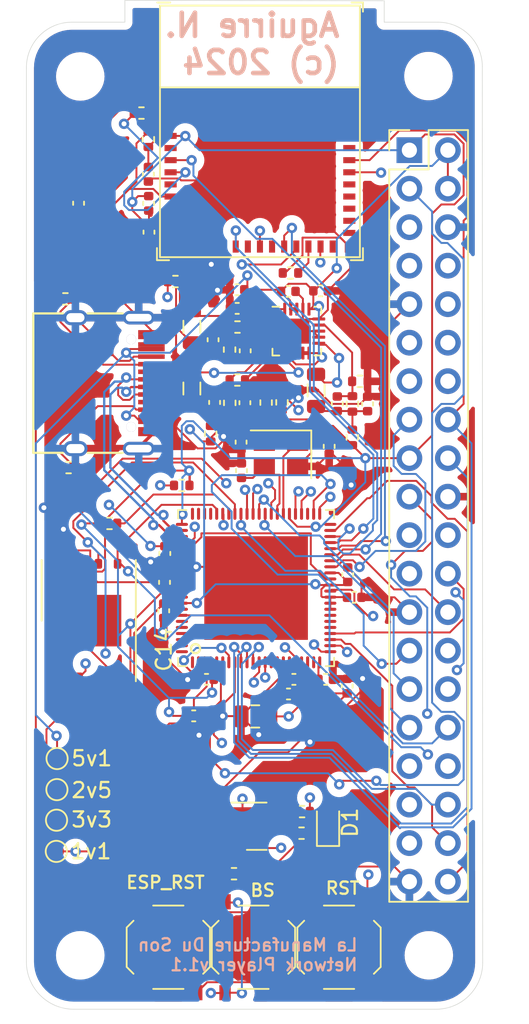
<source format=kicad_pcb>
(kicad_pcb (version 20221018) (generator pcbnew)
  (layers (0 "F.Cu" signal "Front") (1 "In1.Cu" signal) (2 "In2.Cu" signal) (31 "B.Cu" signal "Back") (34 "B.Paste" user) (35 "F.Paste" user) (36 "B.SilkS" user "B.Silkscreen") (37 "F.SilkS" user "F.Silkscreen") (38 "B.Mask" user) (39 "F.Mask" user) (44 "Edge.Cuts" user))
  (net 0 "")
  (net 1 "+5V")
  (net 2 "GND")
  (net 3 "+3V3")
  (net 4 "Net-(U6-FB1)")
  (net 5 "+2V5")
  (net 6 "Net-(U6-FB2)")
  (net 7 "+1V1")
  (net 8 "Net-(U6-FB3)")
  (net 9 "Net-(U1A-HOSCO)")
  (net 10 "Net-(U1A-HOSCI)")
  (net 11 "/UART_TX")
  (net 12 "/UART_RX")
  (net 13 "Net-(U6-LX1)")
  (net 14 "Net-(U6-LX2)")
  (net 15 "Net-(U6-LX3)")
  (net 16 "Net-(U1B-SVREF)")
  (net 17 "Net-(U1A-~{RESET})")
  (net 18 "Net-(U1A-PC1{slash}SPI0_CS{slash}SDC1_CMD)")
  (net 20 "/SPI_MCLK")
  (net 21 "Net-(U4-GPIO8)")
  (net 24 "/WIFI_SPI_MISO")
  (net 25 "/WIFI_HANDSHAKE")
  (net 27 "/ESP_RST")
  (net 33 "/WIFI_SPI_CS")
  (net 35 "/WIFI_DATA_RDY")
  (net 36 "/WIFI_SPI_CLK")
  (net 37 "/WIFI_SPI_MOSI")
  (net 38 "/RTS")
  (net 43 "/ESP_BOOT")
  (net 48 "/I2S_MCLK")
  (net 49 "/I2S_BCLK")
  (net 50 "/I2S_DOUT")
  (net 51 "/I2S_LRCK")
  (net 56 "/DTR")
  (net 57 "/U0TXD")
  (net 58 "/U0RXD")
  (net 59 "Net-(J4-CC1)")
  (net 60 "Net-(J4-CC2)")
  (net 67 "/SPDIF")
  (net 69 "/LED")
  (net 71 "/USB_DN")
  (net 89 "/USB_DP")
  (net 96 "Net-(Q3-C)")
  (net 97 "Net-(D1-K)")
  (net 98 "Net-(C5-Pad1)")
  (net 99 "Net-(C7-Pad1)")
  (net 100 "Net-(C10-Pad1)")
  (net 101 "/SDA")
  (net 102 "/SCL")
  (net 103 "/GPIO4")
  (net 104 "/GPIO17")
  (net 105 "/SPI_MOSI")
  (net 106 "/SPI_MISO")
  (net 107 "/SPI_CS")
  (net 108 "/GPIO7")
  (net 109 "/GPIO0")
  (net 110 "/GPIO1")
  (net 111 "/GPIO5")
  (net 112 "/GPIO6")
  (net 113 "/PWM1")
  (net 114 "/GPIO16")
  (footprint "MountingHole:MountingHole_2.7mm_M2.5" (layer "F.Cu") (at 132.0038 105.3338)
    (fp_text reference "H2" hide)
    (fp_text value "MountingHole")
  )
  (footprint "Resistor_SMD:R_0402_1005Metric" (layer "F.Cu") (at 126.95 71.16 -90)
    (fp_text reference "R20" hide)
    (fp_text value "0R")
  )
  (footprint "Capacitor_SMD:C_0402_1005Metric" (layer "F.Cu") (at 114.554 80.7238 90)
    (fp_text reference "C18" hide)
    (fp_text value "100nF")
  )
  (footprint "Resistor_SMD:R_0402_1005Metric" (layer "F.Cu") (at 115.275 60.875)
    (fp_text reference "R22" hide)
    (fp_text value "0R")
  )
  (footprint "Capacitor_SMD:C_0402_1005Metric" (layer "F.Cu") (at 125.195 87.125)
    (fp_text reference "C11" hide)
    (fp_text value "100nF")
  )
  (footprint "Package_TO_SOT_SMD:SOT-23" (layer "F.Cu") (at 120.64 96.815)
    (fp_text reference "Q3" hide)
    (fp_text value "MMBT3904")
  )
  (footprint "TestPoint:TestPoint_Pad_D1.0mm" (layer "F.Cu") (at 107.41 98.4758)
    (fp_text reference "1v1")
    (fp_text value "TP_1v1")
  )
  (footprint "Resistor_SMD:R_0402_1005Metric" (layer "F.Cu") (at 110.9218 76.835)
    (fp_text reference "R10" hide)
    (fp_text value "10k")
  )
  (footprint "Capacitor_SMD:C_0402_1005Metric" (layer "F.Cu") (at 113.4872 53.7978 -90)
    (fp_text reference "C34" hide)
    (fp_text value "100nF")
  )
  (footprint "Capacitor_SMD:C_0402_1005Metric" (layer "F.Cu") (at 116.4818 89.535)
    (fp_text reference "C16" hide)
    (fp_text value "2.2uF")
  )
  (footprint "Capacitor_SMD:C_0402_1005Metric" (layer "F.Cu") (at 127.96 68.95 90)
    (fp_text reference "C6" hide)
    (fp_text value "10uF")
  )
  (footprint "Resistor_SMD:R_0402_1005Metric" (layer "F.Cu") (at 117.6 70.915 -90)
    (fp_text reference "R21" hide)
    (fp_text value "0R")
  )
  (footprint "Capacitor_SMD:C_0402_1005Metric" (layer "F.Cu") (at 119.34 61.4175 180)
    (fp_text reference "C2" hide)
    (fp_text value "10uF")
  )
  (footprint "Capacitor_SMD:C_0805_2012Metric" (layer "F.Cu") (at 120.55 89.57 180)
    (fp_text reference "C38" hide)
    (fp_text value "22uF")
  )
  (footprint "Resistor_SMD:R_0402_1005Metric" (layer "F.Cu") (at 123.6 97.275)
    (fp_text reference "R18" hide)
    (fp_text value "330")
  )
  (footprint "Capacitor_SMD:C_0402_1005Metric" (layer "F.Cu") (at 114.575 78.82 -90)
    (fp_text reference "C12" hide)
    (fp_text value "100nF")
  )
  (footprint "TestPoint:TestPoint_Pad_D1.0mm" (layer "F.Cu") (at 107.45 94.4)
    (fp_text reference "2v5")
    (fp_text value "TP_2v5")
  )
  (footprint "Resistor_SMD:R_0402_1005Metric" (layer "F.Cu") (at 113.4872 51.4878 90)
    (fp_text reference "R13" hide)
    (fp_text value "10k")
  )
  (footprint "Package_SON:WSON-8-1EP_8x6mm_P1.27mm_EP3.4x4.3mm" (layer "F.Cu") (at 109.55 83.25 90)
    (fp_text reference "U3" hide)
    (fp_text value "W25N01GVZEIG" hide)
  )
  (footprint "Package_DFN_QFN:QFN-20-1EP_3x3mm_P0.4mm_EP1.65x1.65mm" (layer "F.Cu") (at 123.29 64.1475)
    (fp_text reference "U6" hide)
    (fp_text value "EA3036")
  )
  (footprint "Capacitor_SMD:C_0402_1005Metric" (layer "F.Cu") (at 126.65 80.22 90)
    (fp_text reference "C21" hide)
    (fp_text value "1uF")
  )
  (footprint "Inductor_SMD:L_0805_2012Metric" (layer "F.Cu") (at 124.56 68.06 -90)
    (fp_text reference "L1" hide)
    (fp_text value "2.2uH")
  )
  (footprint "Capacitor_SMD:C_0402_1005Metric" (layer "F.Cu") (at 117.86 68.8525 90)
    (fp_text reference "C7" hide)
    (fp_text value "100nF")
  )
  (footprint "Resistor_SMD:R_0402_1005Metric" (layer "F.Cu") (at 121.26 68.8625 90)
    (fp_text reference "R8" hide)
    (fp_text value "2k2")
  )
  (footprint "Resistor_SMD:R_0402_1005Metric" (layer "F.Cu") (at 119.36 67.3725)
    (fp_text reference "R4" hide)
    (fp_text value "15k")
  )
  (footprint "Capacitor_SMD:C_0402_1005Metric" (layer "F.Cu") (at 117.76 64.7175 90)
    (fp_text reference "C9" hide)
    (fp_text value "100nF")
  )
  (footprint "Resistor_SMD:R_0402_1005Metric" (layer "F.Cu") (at 118.86 68.8825 90)
    (fp_text reference "R3" hide)
    (fp_text value "47k")
  )
  (footprint "Resistor_SMD:R_0402_1005Metric" (layer "F.Cu") (at 127.45 67.46)
    (fp_text reference "R2" hide)
    (fp_text value "15k")
  )
  (footprint "Capacitor_SMD:C_0402_1005Metric" (layer "F.Cu") (at 125.96 68.94 90)
    (fp_text reference "C5" hide)
    (fp_text value "100nF")
  )
  (footprint "Capacitor_SMD:C_0402_1005Metric" (layer "F.Cu") (at 124.8586 61.4921)
    (fp_text reference "C1" hide)
    (fp_text value "10uF")
  )
  (footprint "Inductor_SMD:L_0805_2012Metric" (layer "F.Cu") (at 116.36 67.935 -90)
    (fp_text reference "L2" hide)
    (fp_text value "2.2uH")
  )
  (footprint "Capacitor_SMD:C_0402_1005Metric" (layer "F.Cu") (at 114.5 82.6 -90)
    (fp_text reference "C14")
    (fp_text value "100nF")
  )
  (footprint "Crystal:Crystal_SMD_SeikoEpson_TSX3225-4Pin_3.2x2.5mm" (layer "F.Cu") (at 122.2424 72.2756 180)
    (fp_text reference "Y1" hide)
    (fp_text value "24MHz")
  )
  (footprint "Capacitor_SMD:C_0402_1005Metric" (layer "F.Cu") (at 119.35 62.6475 180)
    (fp_text reference "C4" hide)
    (fp_text value "10uF")
  )
  (footprint "Capacitor_SMD:C_0402_1005Metric" (layer "F.Cu") (at 117.325 87.125 180)
    (fp_text reference "C17" hide)
    (fp_text value "100nF")
  )
  (footprint "Resistor_SMD:R_0402_1005Metric" (layer "F.Cu") (at 115.69 74.33 180)
    (fp_text reference "R9" hide)
    (fp_text value "10k")
  )
  (footprint "MountingHole:MountingHole_2.7mm_M2.5" (layer "F.Cu") (at 108.9914 105.3338)
    (fp_text reference "H1" hide)
    (fp_text value "MountingHole")
  )
  (footprint "TestPoint:TestPoint_Pad_D1.0mm" (layer "F.Cu") (at 107.46 92.35)
    (fp_text reference "5v1")
    (fp_text value "TP_5v")
  )
  (footprint "Capacitor_SMD:C_0402_1005Metric" (layer "F.Cu") (at 122.74 88.09 180)
    (fp_text reference "C37" hide)
    (fp_text value "10uF")
  )
  (footprint "Capacitor_SMD:C_0402_1005Metric" (layer "F.Cu") (at 113.5072 55.7178 -90)
    (fp_text reference "C36" hide)
    (fp_text value "1uF")
  )
  (footprint "Resistor_SMD:R_0402_1005Metric" (layer "F.Cu") (at 113.03 49.76 180)
    (fp_text reference "R23" hide)
    (fp_text value "10k")
  )
  (footprint "Button_Switch_SMD:SW_Push_1P1T_XKB_TS-1187A" (layer "F.Cu") (at 120.425 104.8 90)
    (fp_text reference "SW2" hide)
    (fp_text value "SW_Push")
  )
  (footprint "MountingHole:MountingHole_2.7mm_M2.5" (layer "F.Cu") (at 131.9784 47.3202)
    (fp_text reference "H4" hide)
    (fp_text value "MountingHole")
  )
  (footprint "Inductor_SMD:L_0805_2012Metric" (layer "F.Cu") (at 116.36 63.86 -90)
    (fp_text reference "L3" hide)
    (fp_text value "2.2uH")
  )
  (footprint "Package_DFN_QFN:QFN-88_EP_10x10_Pitch0.4mm" (layer "F.Cu") (at 120.6 81.1 90)
    (fp_text reference "U1" hide)
    (fp_text value "F1C100s")
  )
  (footprint "Button_Switch_SMD:SW_Push_1P1T_XKB_TS-1187A" (layer "F.Cu") (at 126.075 104.8 90)
    (fp_text reference "SW1" hide)
    (fp_text value "SW_Push")
  )
  (footprint "Capacitor_SMD:C_0402_1005Metric" (layer "F.Cu") (at 119.86 68.8725 90)
    (fp_text reference "C8" hide)
    (fp_text value "10uF")
  )
  (footprint "Connector_PinHeader_2.54mm:PinHeader_2x20_P2.54mm_Vertical" (layer "F.Cu") (at 130.72 52.21)
    (fp_text reference "J1" hide)
    (fp_text value "Raspberry_Pi_2_3")
  )
  (footprint "Capacitor_SMD:C_0402_1005Metric" (layer "F.Cu") (at 125.425 71.75 -90)
    (fp_text reference "C20" hide)
    (fp_text value "100nF")
  )
  (footprint "Resistor_SMD:R_0402_1005Metric" (layer "F.Cu") (at 119.14 99.95 180)
    (fp_text reference "R25" hide)
    (fp_text value "10k")
  )
  (footprint "Resistor_SMD:R_0402_1005Metric" (layer "F.Cu") (at 122.31 68.8475 90)
    (fp_text reference "R7" hide)
    (fp_text value "2k2")
  )
  (footprint "MountingHole:MountingHole_2.7mm_M2.5" (layer "F.Cu") (at 108.9914 47.3456)
    (fp_text reference "H3" hide)
    (fp_text value "MountingHole")
  )
  (footprint "Resistor_SMD:R_0402_1005Metric" (layer "F.Cu") (at 108.01 62.02 180)
    (fp_text reference "R16" hide)
    (fp_text value "10k")
  )
  (footprint "Button_Switch_SMD:SW_Push_1P1T_XKB_TS-1187A" (layer "F.Cu") (at 114.805 104.8 90)
    (fp_text reference "SW3" hide)
    (fp_text value "SW_Push")
  )
  (footprint "Resistor_SMD:R_0402_1005Metric" (layer "F.Cu") (at 108.22 73.15 180)
    (fp_text reference "R17" hide)
    (fp_text value "10k")
  )
  (footprint "Resistor_SMD:R_0402_1005Metric" (layer "F.Cu") (at 119.37 63.8775)
    (fp_text reference "R6" hide)
    (fp_text value "15k")
  )
  (footprint "Capacitor_SMD:C_0402_1005Metric" (layer "F.Cu") (at 108.88 55.71 -90)
    (fp_text reference "C33" hide)
    (fp_text value "10uF")
  )
  (footprint "Capacitor_SMD:C_0402_1005Metric" (layer "F.Cu") (at 119.88 65.4475 90)
    (fp_text reference "C10" hide)
    (fp_text value "10uF")
  )
  (footprint "Resistor_SMD:R_0402_1005Metric" (layer "F.Cu") (at 126.96 68.95 90)
    (fp_text reference "R1" hide)
    (fp_text value "68k")
  )
  (footprint "Connector_USB:USB_C_Receptacle_GT-USB-7010" (layer "F.Cu") (at 110.54 67.58 -90)
    (fp_text reference "J4" hide)
    (fp_text value "USB_C_Receptacle_USB2.0")
  )
  (footprint "Capacitor_SMD:C_0402_1005Metric" (layer "F.Cu") (at 119.6086 71.473 -90)
    (fp_text reference "C23" hide)
    (fp_text value "33pF")
  )
  (footprint "Capacitor_SMD:C_0402_1005Metric" (layer "F.Cu") (at 113.5272 57.6178 90)
    (fp_text reference "C35" hide)
    (fp_text value "1uF")
  )
  (footprint "Resistor_SMD:R_0402_1005Metric" (layer "F.Cu") (at 118.85 65.3675 90)
    (fp_text reference "R5" hide)
    (fp_text value "12k")
  )
  (footprint "Capacitor_SMD:C_0402_1005Metric" (layer "F.Cu") (at 122.725 61.525)
    (fp_text reference "C3" hide)
    (fp_text value "10uF")
  )
  (footprint "Resistor_SMD:R_0402_1005Metric" (layer "F.Cu") (at 123.635 95.85)
    (fp_text reference "R19" hide)
    (fp_text value "100k")
  )
  (footprint "LED_SMD:LED_0603_1608Metric" (layer "F.Cu") (at 125.35 96.635 90)
    (fp_text reference "D1")
    (fp_text value "LED")
  )
  (footprint "espressif:ESP32-C3-MINI-1" (layer "F.Cu") (at 120.8538 50.968)
    (fp_text reference "U4" hide)
    (fp_text value "ESP32-C3-MINI-1")
  )
  (footprint "Capacitor_SMD:C_0402_1005Metric" (layer "F.Cu") (at 119.634 73.3552 90)
    (fp_text reference "C22" hide)
    (fp_text value "33pF")
  )
  (footprint "Capacitor_SMD:C_0402_1005Metric" (layer "F.Cu") (at 123.095 87.125 180)
    (fp_text reference "C19" hide)
    (fp_text value "100nF")
  )
  (footprint "TestPoint:TestPoint_Pad_D1.0mm" (layer "F.Cu") (at 107.425 96.4184)
    (fp_text reference "3v3")
    (fp_text value "TP_3v3")
  )
  (footprint "Resistor_SMD:R_0402_1005Metric" (layer "F.Cu") (at 122.87 60.31 180)
    (fp_text reference "R24" hide)
    (fp_text value "10k")
  )
  (footprint "Capacitor_SMD:C_0402_1005Metric" (layer "F.Cu") (at 127.0788 81.7118)
    (fp_text reference "C15" hide)
    (fp_text value "1uF")
  )
  (footprint "Capacitor_SMD:C_0402_1005Metric" (layer "F.Cu") (at 126.61 87.57 90)
    (fp_text reference "C13" hide)
    (fp_text value "100nF")
  )
  (gr_arc (start 108.5596 108.8898) (mid 106.350457 107.974743) (end 105.4354 105.7656) (stroke (width 0.0381)) (layer "Edge.Cuts"))
  (gr_line (start 135.5344 46.6852) (end 135.5598 105.8164) (stroke (width 0.0381)) (layer "Edge.Cuts"))
  (gr_line (start 108.432494 43.764414) (end 111.9378 43.7642) (stroke (width 0.0381)) (layer "Edge.Cuts"))
  (gr_line (start 111.9378 42.325) (end 129.0574 42.3504) (stroke (width 0.0381)) (layer "Edge.Cuts"))
  (gr_line (start 132.4864 108.8898) (end 108.5596 108.8898) (stroke (width 0.0381)) (layer "Edge.Cuts"))
  (gr_line (start 105.4354 105.7656) (end 105.4354 73.3) (stroke (width 0.0381)) (layer "Edge.Cuts"))
  (gr_line (start 129.0574 43.7642) (end 132.6134 43.7642) (stroke (width 0.0381)) (layer "Edge.Cuts"))
  (gr_line (start 129.0574 42.3504) (end 129.0574 43.7642) (stroke (width 0.0381)) (layer "Edge.Cuts"))
  (gr_arc (start 135.5598 105.8164) (mid 134.659622 107.989622) (end 132.4864 108.8898) (stroke (width 0.0381)) (layer "Edge.Cuts"))
  (gr_line (start 105.4354 73.3) (end 105.4354 46.7868) (stroke (width 0.0381)) (layer "Edge.Cuts"))
  (gr_line (start 111.9378 43.7642) (end 111.9378 42.325) (stroke (width 0.0381)) (layer "Edge.Cuts"))
  (gr_arc (start 132.6134 43.7642) (mid 134.678859 44.619741) (end 135.5344 46.6852) (stroke (width 0.0381)) (layer "Edge.Cuts"))
  (gr_arc (start 105.4354 46.7868) (mid 106.304268 44.651197) (end 108.432494 43.764414) (stroke (width 0.0381)) (layer "Edge.Cuts"))
  (gr_text "Aguirre N.\n(c) 2024" (at 126.27 47.32) (layer "B.SilkS") (effects (font (size 1.524 1.524) (thickness 0.3048) bold) (justify left bottom mirror)))
  (gr_text "La Manufacture Du Son\nNetwork Player v1.1" (at 127.38 106.43) (layer "B.SilkS") (effects (font (size 0.8128 0.8128) (thickness 0.1524) bold) (justify left bottom mirror)))
  (gr_text "ESP_RST" (at 111.94 101) (layer "F.SilkS") (effects (font (size 0.8128 0.8128) (thickness 0.1524) bold) (justify left bottom)))
  (gr_text "BS" (at 120.14 101.52) (layer "F.SilkS") (effects (font (size 0.8128 0.8128) (thickness 0.1524) bold) (justify left bottom)))
  (gr_text "RST" (at 125.11 101.38) (layer "F.SilkS") (effects (font (size 0.8128 0.8128) (thickness 0.1524) bold) (justify left bottom)))
  (segment (start 107.46 92.35) (end 107.46 90.885) (width 0.127) (layer "F.Cu") (net 1))
  (segment (start 113.69 65.33) (end 112.27 65.33) (width 0.127) (layer "F.Cu") (net 1))
  (segment (start 124.4329 61.4921) (end 125.925 60) (width 0.127) (layer "F.Cu") (net 1))
  (segment (start 123.69 65.5975) (end 124.09 65.5975) (width 0.254) (layer "F.Cu") (net 1))
  (segment (start 123.29 65.5975) (end 123.69 65.5975) (width 0.254) (layer "F.Cu") (net 1))
  (segment (start 122.245 61.525) (end 122.84 62.12) (width 0.127) (layer "F.Cu") (net 1))
  (segment (start 124.19 62.6975) (end 124.536364 62.6975) (width 0.127) (layer "F.Cu") (net 1))
  (segment (start 124.3786 62.5089) (end 124.3786 61.4921) (width 0.127) (layer "F.Cu") (net 1))
  (segment (start 124.4834 66.3416) (end 124.95 65.875) (width 0.127) (layer "F.Cu") (net 1))
  (segment (start 122.89 65.5975) (end 122.89 66.003408) (width 0.127) (layer "F.Cu") (net 1))
  (segment (start 112.56 69.725) (end 112.025 69.725) (width 0.127) (layer "F.Cu") (net 1))
  (segment (start 124.536364 62.6975) (end 124.741932 62.491932) (width 0.127) (layer "F.Cu") (net 1))
  (segment (start 124.19 62.6975) (end 124.3786 62.5089) (width 0.127) (layer "F.Cu") (net 1))
  (segment (start 123.29 65.5975) (end 122.89 65.5975) (width 0.254) (layer "F.Cu") (net 1))
  (segment (start 133.26 52.21) (end 133.26 54.75) (width 0.127) (layer "F.Cu") (net 1))
  (segment (start 122.89 62.6975) (end 123.29 62.6975) (width 0.254) (layer "F.Cu") (net 1))
  (segment (start 120.025 60.475) (end 120.025 61.2125) (width 0.127) (layer "F.Cu") (net 1))
  (segment (start 112.27 65.33) (end 112.025 65.575) (width 0.127) (layer "F.Cu") (net 1))
  (segment (start 119.82 61.4175) (end 122.1375 61.4175) (width 0.127) (layer "F.Cu") (net 1))
  (segment (start 122.245 61.525) (end 122.7455 61.0245) (width 0.127) (layer "F.Cu") (net 1))
  (segment (start 123.228192 66.3416) (end 124.4834 66.3416) (width 0.127) (layer "F.Cu") (net 1))
  (segment (start 122.7455 61.0245) (end 123.911 61.0245) (width 0.127) (layer "F.Cu") (net 1))
  (segment (start 112.965 70.13) (end 112.56 69.725) (width 0.127) (layer "F.Cu") (net 1))
  (segment (start 122.84 62.12) (end 122.84 62.6975) (width 0.127) (layer "F.Cu") (net 1))
  (segment (start 124.09 65.5975) (end 124.6725 65.5975) (width 0.127) (layer "F.Cu") (net 1))
  (segment (start 123.911 61.0245) (end 124.3786 61.4921) (width 0.127) (layer "F.Cu") (net 1))
  (segment (start 124.6725 65.5975) (end 124.95 65.875) (width 0.127) (layer "F.Cu") (net 1))
  (segment (start 107.46 90.885) (end 107.425 90.85) (width 0.127) (layer "F.Cu") (net 1))
  (segment (start 122.89 66.003408) (end 123.228192 66.3416) (width 0.127) (layer "F.Cu") (net 1))
  (segment (start 119.82 61.4175) (end 119.82 62.6375) (width 0.127) (layer "F.Cu") (net 1))
  (via (at 112.025 65.575) (size 0.6858) (drill 0.3302) (layers "F.Cu" "B.Cu") (net 1))
  (via (at 112.025 69.725) (size 0.6858) (drill 0.3302) (layers "F.Cu" "B.Cu") (net 1))
  (via (at 125.925 60) (size 0.6858) (drill 0.3302) (layers "F.Cu" "B.Cu") (net 1))
  (via (at 124.95 65.875) (size 0.6858) (drill 0.3302) (layers "F.Cu" "B.Cu") (net 1))
  (via (at 120.025 60.475) (size 0.6858) (drill 0.3302) (layers "F.Cu" "B.Cu") (net 1))
  (via (at 124.741932 62.491932) (size 0.6858) (drill 0.3302) (layers "F.Cu" "B.Cu") (net 1))
  (via (at 107.425 90.85) (size 0.6858) (drill 0.3302) (layers "F.Cu" "B.Cu") (net 1))
  (segment (start 114.925 65.575) (end 120.025 60.475) (width 0.127) (layer "B.Cu") (net 1))
  (segment (start 112.025 65.575) (end 114.925 65.575) (width 0.127) (layer "B.Cu") (net 1))
  (segment (start 112.560783 66.110783) (end 112.025 65.575) (width 0.127) (layer "B.Cu") (net 1))
  (segment (start 125.925 58.07351) (end 130.74801 53.2505) (width 0.127) (layer "B.Cu") (net 1))
  (segment (start 112.025 69.725) (end 112.560783 69.189217) (width 0.127) (layer "B.Cu") (net 1))
  (segment (start 112.560783 69.189217) (end 112.560783 66.110783) (width 0.127) (layer "B.Cu") (net 1))
  (segment (start 106.0566 71.5434) (end 112.025 65.575) (width 0.127) (layer "B.Cu") (net 1))
  (segment (start 106.0566 89.4816) (end 106.0566 71.5434) (width 0.127) (layer "B.Cu") (net 1))
  (segment (start 132.2195 53.2505) (end 133.26 52.21) (width 0.127) (layer "B.Cu") (net 1))
  (segment (start 130.74801 53.2505) (end 132.2195 53.2505) (width 0.127) (layer "B.Cu") (net 1))
  (segment (start 124.741932 65.666932) (end 124.95 65.875) (width 0.127) (layer "B.Cu") (net 1))
  (segment (start 124.741932 62.491932) (end 124.741932 65.666932) (width 0.127) (layer "B.Cu") (net 1))
  (segment (start 107.425 90.85) (end 106.0566 89.4816) (width 0.127) (layer "B.Cu") (net 1))
  (segment (start 125.925 60) (end 125.925 58.07351) (width 0.127) (layer "B.Cu") (net 1))
  (segment (start 113.5272 57.1378) (end 114.0574 57.668) (width 0.127) (layer "F.Cu") (net 2))
  (segment (start 107.900684 87.5155) (end 107.389316 87.5155) (width 0.127) (layer "F.Cu") (net 2))
  (segment (start 127.96 67.46) (end 127.96 68.47) (width 0.127) (layer "F.Cu") (net 2))
  (segment (start 119.374202 70.45) (end 123.975 70.45) (width 0.127) (layer "F.Cu") (net 2))
  (segment (start 117.3705 102.4905) (end 121.6095 102.4905) (width 0.127) (layer "F.Cu") (net 2))
  (segment (start 111.5184 66.1084) (end 108.67 63.26) (width 0.127) (layer "F.Cu") (net 2))
  (segment (start 123.975 70.45) (end 124.2329 70.7079) (width 0.127) (layer "F.Cu") (net 2))
  (segment (start 124.182298 91.2551) (end 124.158535 91.2551) (width 0.127) (layer "F.Cu") (net 2))
  (segment (start 116.68 101.8) (end 117.3705 102.4905) (width 0.127) (layer "F.Cu") (net 2))
  (segment (start 117.6538 58.568) (end 117.6538 56.868) (width 0.127) (layer "F.Cu") (net 2))
  (segment (start 112.72 71.9) (end 108.67 71.9) (width 0.127) (layer "F.Cu") (net 2))
  (segment (start 120.8538 51.693) (end 120.8538 53.668) (width 0.127) (layer "F.Cu") (net 2))
  (segment (start 129.7266 99.4766) (end 130.72 100.47) (width 0.127) (layer "F.Cu") (net 2))
  (segment (start 107.5 62.02) (end 108.0105 61.5095) (width 0.127) (layer "F.Cu") (net 2))
  (segment (start 108.2205 73.6605) (end 109.8645 73.6605) (width 0.127) (layer "F.Cu") (net 2))
  (segment (start 123.3 67.877) (end 124.493267 67.877) (width 0.127) (layer "F.Cu") (net 2))
  (segment (start 112.524342 65.83) (end 112.245942 66.1084) (width 0.127) (layer "F.Cu") (net 2))
  (segment (start 120.8538 53.668) (end 122.8288 53.668) (width 0.127) (layer "F.Cu") (net 2))
  (segment (start 119.6086 71.953) (end 119.1081 71.4525) (width 0.127) (layer "F.Cu") (net 2))
  (segment (start 124.2 107.8) (end 122.3 107.8) (width 0.127) (layer "F.Cu") (net 2))
  (segment (start 116.731658 71.8855) (end 115.3155 70.469342) (width 0.127) (layer "F.Cu") (net 2))
  (segment (start 123.6633 59.1585) (end 123.6633 57.9775) (width 0.127) (layer "F.Cu") (net 2))
  (segment (start 120.775 90.745) (end 120.775 90.775) (width 0.127) (layer "F.Cu") (net 2))
  (segment (start 122.5118 60.31) (end 123.6633 59.1585) (width 0.127) (layer "F.Cu") (net 2))
  (segment (start 126.875 74.3) (end 126.875 73.497398) (width 0.127) (layer "F.Cu") (net 2))
  (segment (start 114.692 70.63) (end 114.7555 70.5665) (width 0.127) (layer "F.Cu") (net 2))
  (segment (start 121.6095 107.1095) (end 122.3 107.8) (width 0.127) (layer "F.Cu") (net 2))
  (segment (start 124.4878 73.0756) (end 124.8664 73.4542) (width 0.127) (layer "F.Cu") (net 2))
  (segment (start 120.8538 51.693) (end 120.8538 48.768) (width 0.127) (layer "F.Cu") (net 2))
  (segment (start 121.7995 68.067673) (end 121.990173 67.877) (width 0.127) (layer "F.Cu") (net 2))
  (segment (start 119.88 63.8775) (end 119.88 64.9675) (width 0.127) (layer "F.Cu") (net 2))
  (segment (start 119.6 89.57) (end 122.045 87.125) (width 0.127) (layer "F.Cu") (net 2))
  (segment (start 124.74 64.5475) (end 124.34 64.1475) (width 0.127) (layer "F.Cu") (net 2))
  (segment (start 117.6538 56.868) (end 118.8788 55.643) (width 0.127) (layer "F.Cu") (net 2))
  (segment (start 121.84 65.0475) (end 121.84 64.5975) (width 0.127) (layer "F.Cu") (net 2))
  (segment (start 127.575 87.125) (end 127.63 87.07) (width 0.127) (layer "F.Cu") (net 2))
  (segment (start 126.875 73.497398) (end 124.2329 70.855298) (width 0.127) (layer "F.Cu") (net 2))
  (segment (start 115.7 79.7) (end 119.2 79.7) (width 0.127) (layer "F.Cu") (net 2))
  (segment (start 122.47366 69.974167) (end 122.340827 70.107) (width 0.127) (layer "F.Cu") (net 2))
  (segment (start 113.7146 79.3) (end 113.6396 79.375) (width 0.127) (layer "F.Cu") (net 2))
  (segment (start 116.68 107.8) (end 117.3705 107.1095) (width 0.127) (layer "F.Cu") (net 2))
  (segment (start 123.205 61.525) (end 123.69 62.01) (width 0.127) (layer "F.Cu") (net 2))
  (segment (start 118.7556 71.1) (end 119.6086 71.953) (width 0.127) (layer "F.Cu") (net 2))
  (segment (start 124.2329 70.855298) (end 124.2329 69.974167) (width 0.127) (layer "F.Cu") (net 2))
  (segment (start 118.45 71.1) (end 118.7556 71.1) (width 0.127) (layer "F.Cu") (net 2))
  (segment (start 114.554 80.2438) (end 114.554 79.321) (width 0.127) (layer "F.Cu") (net 2))
  (segment (start 106.9505 87.076684) (end 106.9505 78.1495) (width 0.127) (layer "F.Cu") (net 2))
  (segment (start 116.9618 90.6782) (end 116.83 90.81) (width 0.127) (layer "F.Cu") (net 2))
  (segment (start 124.5794 73.0756) (end 123.3424 73.0756) (width 0.127) (layer "F.Cu") (net 2))
  (segment (start 122.3 101.8) (end 122.3 107.8) (width 0.127) (layer "F.Cu") (net 2))
  (segment (start 124.09 63.3475) (end 123.29 64.1475) (width 0.127) (layer "F.Cu") (net 2))
  (segment (start 114.5 83.08) (end 114.5 83.95) (width 0.127) (layer "F.Cu") (net 2))
  (segment (start 111.0995 61.5095) (end 112.85 63.26) (width 0.127) (layer "F.Cu") (net 2))
  (segment (start 125.3386 61.4921) (end 126.8038 60.0269) (width 0.127) (layer "F.Cu") (net 2))
  (segment (start 126.8038 58.618) (end 123.8288 55.643) (width 0.127) (layer "F.Cu") (net 2))
  (segment (start 124.34 64.1475) (end 123.29 64.1475) (width 0.127) (layer "F.Cu") (net 2))
  (segment (start 130.72 62.37) (end 127.96 65.13) (width 0.127) (layer "F.Cu") (net 2))
  (segment (start 111.455 87) (end 109.55 85.095) (width 0.127) (layer "F.Cu") (net 2))
  (segment (start 123.69 62.6975) (end 123.69 63.7475) (width 0.127) (layer "F.Cu") (net 2))
  (segment (start 116.68 107.8) (end 116.68 101.8) (width 0.127) (layer "F.Cu") (net 2))
  (segment (start 127.63 87.807398) (end 124.182298 91.2551) (width 0.127) (layer "F.Cu") (net 2))
  (segment (start 114.5 83.95) (end 114.45 84) (width 0.127) (layer "F.Cu") (net 2))
  (segment (start 124.74 63.3475) (end 124.09 63.3475) (width 0.127) (layer "F.Cu") (net 2))
  (segment (start 119.6 89.57) (end 120.775 90.745) (width 0.127) (layer "F.Cu") (net 2))
  (segment (start 114.0574 57.668) (end 114.9538 57.668) (width 0.127) (layer "F.Cu") (net 2))
  (segment (start 113.69 70.63) (end 114.692 70.63) (width 0.127) (layer "F.Cu") (net 2))
  (segment (start 126.5234 99.4766) (end 129.7266 99.4766) (width 0.127) (layer "F.Cu") (net 2))
  (segment (start 119.698327 70.107) (end 117.919827 71.8855) (width 0.127) (layer "F.Cu") (net 2))
  (segment (start 118.86 61.4175) (end 118.0824 61.4175) (width 0.127) (layer "F.Cu") (net 2))
  (segment (start 121.26 68.3525) (end 121.6725 68.3525) (width 0.127) (layer "F.Cu") (net 2))
  (segment (start 119.86 68.3925) (end 119.86 67.3825) (width 0.127) (layer "F.Cu") (net 2))
  (segment (start 122.340827 70.107) (end 119.698327 70.107) (width 0.127) (layer "F.Cu") (net 2))
  (segment (start 123.3 67.877) (end 123.3 68.4505) (width 0.127) (layer "F.Cu") (net 2))
  (segment (start 126.61 87.09) (end 125.71 87.09) (width 0.127) (layer "F.Cu") (net 2))
  (segment (start 129.7418 81.7118) (end 130.72 82.69) (width 0.127) (layer "F.Cu") (net 2))
  (segment (start 121.990173 67.877) (end 123.3 67.877) (width 0.127) (layer "F.Cu") (net 2))
  (segment (start 114.7555 70.5665) (end 114.7555 68.9895) (width 0.127) (layer "F.Cu") (net 2))
  (segment (start 125.3386 62.7489) (end 125.3386 61.4921) (width 0.127) (layer "F.Cu") (net 2))
  (segment (start 114.7555 68.9895) (end 114.596 68.83) (width 0.127) (layer "F.Cu") (net 2))
  (segment (start 127.63 87.07) (end 127.63 87.807398) (width 0.127) (layer "F.Cu") (net 2))
  (segment (start 118.8788 53.668) (end 118.8788 51.693) (width 0.127) (layer "F.Cu") (net 2))
  (segment (start 122.615 87.735) (end 122.26 88.09) (width 0.127) (layer "F.Cu") (net 2))
  (segment (start 121.309092 63.3475) (end 121.84 63.3475) (width 0.127) (layer "F.Cu") (net 2))
  (segment (start 121.84 64.5975) (end 122.84 64.5975) (width 0.127) (layer "F.Cu") (net 2))
  (segment (start 125.565767 68.9495) (end 127.4805 68.9495) (width 0.127) (layer "F.Cu") (net 2))
  (segment (start 120.8538 53.668) (end 120.8538 55.643) (width 0.127) (layer "F.Cu") (net 2))
  (segment (start 114.45 85.51) (end 114.45 84) (width 0.127) (layer "F.Cu") (net 2))
  (segment (start 119.7025 97.765) (end 116.68 100.7875) (width 0.127) (layer "F.Cu") (net 2))
  (segment (start 126.61 87.09) (end 127.61 87.09) (width 0.127) (layer "F.Cu") (net 2))
  (segment (start 123.3424 73.0756) (end 124.4878 73.0756) (width 0.127) (layer "F.Cu") (net 2))
  (segment (start 112.432 48.718) (end 114.9038 48.718) (width 0.127) (layer "F.Cu") (net 2))
  (segment (start 108.62129 57.8305) (end 106.84 56.04921) (width 0.127) (layer "F.Cu") (net 2))
  (segment (start 123.6633 57.9775) (end 126.1633 57.9775) (width 0.127) (layer "F.Cu") (net 2))
  (segment (start 119.86 68.3925) (end 121.22 68.3925) (width 0.127) (layer "F.Cu") (net 2))
  (segment (start 127.61 87.09) (end 127.63 87.07) (width 0.127) (layer "F.Cu") (net 2))
  (segment (start 113.5272 56.2072) (end 113.5272 57.1378) (width 0.127) (layer "F.Cu") (net 2))
  (segment (start 116.095 87.125) (end 116.08 87.14) (width 0.127) (layer "F.Cu") (net 2))
  (segment (start 116.08 87.14) (end 114.45 85.51) (width 0.127) (layer "F.Cu") (net 2))
  (segment (start 108.0855 87.330684) (end 107.900684 87.5155) (width 0.127) (layer "F.Cu") (net 2))
  (segment (start 126.1633 57.9775) (end 126.8038 58.618) (width 0.127) (layer "F.Cu") (net 2))
  (segment (start 115.5275 54.0775) (end 115.6534 54.2034) (width 0.127) (layer "F.Cu") (net 2))
  (segment (start 113.69 71.06) (end 112.85 71.9) (width 0.127) (layer "F.Cu") (net 2))
  (segment (start 114.9038 48.718) (end 114.9038 50.418) (width 0.127) (layer "F.Cu") (net 2))
  (segment (start 121.7995 68.2255) (end 121.7995 68.067673) (width 0.127) (layer "F.Cu") (net 2))
  (segment (start 118.8788 55.643) (end 118.8788 53.668) (width 0.127) (layer "F.Cu") (net 2))
  (segment (start 122.8288 51.693) (end 120.8538 51.693) (width 0.127) (layer "F.Cu") (net 2))
  (segment (start 113.69 70.93) (end 112.72 71.9) (width 0.127) (layer "F.Cu") (net 2))
  (segment (start 108.88 56.19) (end 109.4805 56.7905) (width 0.127) (layer "F.Cu") (net 2))
  (segment (start 120.779092 63.8775) (end 121.309092 63.3475) (width 0.127) (layer "F.Cu") (net 2))
  (segment (start 113.69 64.1) (end 112.85 63.26) (width 0.127) (layer "F.Cu") (net 2))
  (segment (start 109.289827 57.8305) (end 108.62129 57.8305) (width 0.127) (layer "F.Cu") (net 2))
  (segment (start 115.6534 54.2034) (end 118.3434 54.2034) (width 0.127) (layer "F.Cu") (net 2))
  (segment (start 118.39 89.55) (end 119.58 89.55) (width 0.127) (layer "F.Cu") (net 2))
  (segment (start 106.84 54.31) (end 112.432 48.718) (width 0.127) (layer "F.Cu") (net 2))
  (segment (start 112.245942 66.1084) (end 111.5184 66.1084) (width 0.127) (layer "F.Cu") (net 2))
  (segment (start 124.2329 70.7079) (end 124.2329 72.1851) (width 0.127) (layer "F.Cu") (net 2))
  (segment (start 109.4805 56.7905) (end 109.4805 57.639827) (width 0.127) (layer "F.Cu") (net 2))
  (segment (start 117.64 59.74) (end 117.64 58.5818) (width 0.127) (layer "F.Cu") (net 2))
  (segment (start 119.1081 71.4525) (end 119.1081 70.716102) (width 0.127) (layer "F.Cu") (net 2))
  (segment (start 109.8645 73.6605) (end 111.625 71.9) (width 0.127) (layer "F.Cu") (net 2))
  (segment (start 117.919827 71.8855) (end 116.731658 71.8855) (width 0.127) (layer "F.Cu") (net 2))
  (segment (start 121.84 64.5975) (end 121.84 65.4025) (width 0.127) (layer "F.Cu") (net 2))
  (segment (start 127.4805 68.9495) (end 127.96 68.47) (width 0.127) (layer "F.Cu") (net 2))
  (segment (start 121.6725 68.3525) (end 121.7995 68.2255) (width 0.127) (layer "F.Cu") (net 2))
  (segment (start 118.87 62.6475) (end 118.87 61.4275) (width 0.127) (layer "F.Cu") (net 2))
  (segment (start 113.69 64.53) (end 113.69 64.1) (width 0.127) (layer "F.Cu") (net 2))
  (segment (start 125.675 87.125) (end 127.575 87.125) (width 0.127) (layer "F.Cu") (net 2))
  (segment (start 114.9538 57.668) (end 114.9538 58.568) (width 0.127) (layer "F.Cu") (net 2))
  (segment (start 114.575 79.3) (end 113.7146 79.3) (width 0.127) (layer "F.Cu") (net 2))
  (segment (start 124.2 101.8) (end 124.2 107.8) (width 0.127) (layer "F.Cu") (net 2))
  (segment (start 123.69 62.01) (end 123.69 62.6975) (width 0.127) (layer "F.Cu") (net 2))
  (segment (start 122.615 87.125) (end 122.045 87.125) (width 0.127) (layer "F.Cu") (net 2))
  (segment (start 127.5588 81.7118) (end 129.7418 81.7118) (width 0.127) (layer "F.Cu") (net 2))
  (segment (start 121.6095 102.4905) (end 122.3 101.8) (width 0.127) (layer "F.Cu") (net 2))
  (segment (start 125.425 72.23) (end 124.5794 73.0756) (width 0.127) (layer "F.Cu") (net 2))
  (segment (start 107.71 73.15) (end 108.2205 73.6605) (width 0.127) (layer "F.Cu") (net 2))
  (segment (start 124.2329 72.1851) (end 123.3424 73.0756) (width 0.127) (layer "F.Cu") (net 2))
  (segment (start 113.69 70.93) (end 113.69 71.06) (width 0.127) (layer "F.Cu") (net 2))
  (segment (start 116.139673 59.74) (end 117.64 59.74) (width 0.127) (layer "F.Cu") (net 2))
  (segment (start 118.8 82.9) (end 115.7 82.9) (width 0.127) (layer "F.Cu") (net 2))
  (segment (start 123.3 68.4505) (end 123.3995 68.55) (width 0.127) (layer "F.Cu") (net 2))
  (segment (start 124.74 63.3475) (end 125.3386 62.7489) (width 0.127) (layer "F.Cu") (net 2))
  (segment (start 116.845 87.125) (end 116.095 87.125) (width 0.127) (layer "F.Cu") (net 2))
  (segment (start 119.88 63.8775) (end 120.779092 63.8775) (width 0.127) (layer "F.Cu") (net 2))
  (segment (start 124.2329 69.974167) (end 122.47366 69.974167) (width 0.127) (layer "F.Cu") (net 2))
  (segment (start 106.84 56.04921) (end 106.84 54.31) (width 0.127) (layer "F.Cu") (net 2))
  (segment (start 121.84 63.3475) (end 122.49 63.3475) (width 0.127) (layer "F.Cu") (net 2))
  (segment (start 113.6875 54.0775) (end 115.5275 54.0775) (width 0.127) (layer "F.Cu") (net 2))
  (segment (start 118.0824 61.4175) (end 118.05 61.4499) (width 0.127) (layer "F.Cu") (net 2))
  (segment (start 121.84 65.4025) (end 119.87 67.3725) (width 0.127) (layer "F.Cu") (net 2))
  (segment (start 111.625 71.9) (end 112.85 71.9) (width 0.127) (layer "F.Cu") (net 2))
  (segment (start 120.8538 55.643) (end 118.8788 55.643) (width 0.127) (layer "F.Cu") (net 2))
  (segment (start 108.0855 84.7145) (end 108.0855 87.330684) (width 0.127) (layer "F.Cu") (net 2))
  (segment (start 116.68 100.7875) (end 116.68 101.8) (width 0.127) (layer "F.Cu") (net 2))
  (segment (start 117.64 59.74) (end 116.0258 59.74) (width 0.127) (layer "F.Cu") (net 2))
  (segment (start 109.4805 57.639827) (end 109.289827 57.8305) (width 0.127) (layer "F.Cu") (net 2))
  (segment (start 122.3 101.8) (end 124.2 101.8) (width 0.127) (layer "F.Cu") (net 2))
  (segment (start 127.5588 80.6488) (end 127.5588 81.7118) (width 0.127) (layer "F.Cu") (net 2))
  (segment (start 122.8288 55.643) (end 122.8288 53.668) (width 0.127) (layer "F.Cu") (net 2))
  (segment (start 127.96 65.13) (end 127.96 67.46) (width 0.127) (layer "F.Cu") (net 2))
  (segment (start 119.6086 71.953) (end 119.6086 72.8498) (width 0.127) (layer "F.Cu") (net 2))
  (segment (start 114.9038 48.718) (end 126.8038 48.718) (width 0.127) (layer "F.Cu") (net 2))
  (segment (start 117.3705 107.1095) (end 121.6095 107.1095) (width 0.127) (layer "F.Cu") (net 2))
  (segment (start 122.49 63.3475) (end 123.29 64.1475) (width 0.127) (layer "F.Cu") (net 2))
  (segment (start 115.7 82.9) (end 114.68 82.9) (width 0.127) (layer "F.Cu") (net 2))
  (segment (start 109.55 85.095) (end 109.55 83.25) (width 0.127) (layer "F.Cu") (net 2))
  (segment (start 114.596 68.83) (end 113.69 68.83) (width 0.127) (layer "F.Cu") (net 2))
  (segment (start 126.8038 60.0269) (end 126.8038 58.618) (width 0.127) (layer "F.Cu") (net 2))
  (segment (start 124.493267 67.877) (end 125.565767 68.9495) (width 0.127) (layer "F.Cu") (net 2))
  (segment (start 115.3155 60.564173) (end 116.139673 59.74) (width 0.127) (layer "F.Cu") (net 2))
  (segment (start 106.9505 78.1495) (end 107.88 77.22) (width 0.127) (layer "F.Cu") (net 2))
  (segment (start 126.65 79.74) (end 127.5588 80.6488) (width 0.127) (layer "F.Cu") (net 2))
  (segment (start 123.8288 55.643) (end 122.8288 55.643) (width 0.127) (layer "F.Cu") (net 2))
  (segment (start 113.69 65.83) (end 112.524342 65.83) (width 0.127) (layer "F.Cu") (net 2))
  (segment (start 122.615 87.125) (end 122.615 87.735) (width 0.127) (layer "F.Cu") (net 2))
  (segment (start 119.1081 70.716102) (end 119.374202 70.45) (width 0.127) (layer "F.Cu") (net 2))
  (segment (start 115.3155 70.469342) (end 115.3155 60.564173) (width 0.127) (layer "F.Cu") (net 2))
  (segment (start 108.0105 61.5095) (end 111.0995 61.5095) (width 0.127) (layer "F.Cu") (net 2))
  (segment (start 122.8288 51.693) (end 122.8288 53.668) (width 0.127) (layer "F.Cu") (net 2))
  (segment (start 116.0258 59.74) (end 114.9038 58.618) (width 0.127) (layer "F.Cu") (net 2))
  (segment (start 107.389316 87.5155) (end 106.9505 87.076684) (width 0.127) (layer "F.Cu") (net 2))
  (segment (start 116.9618 89.535) (end 116.9618 90.6782) (width 0.127) (layer "F.Cu") (net 2))
  (via (at 126.875 74.3) (size 0.6858) (drill 0.3302) (layers "F.Cu" "B.Cu") (net 2))
  (via (at 116.83 90.81) (size 0.6858) (drill 0.3302) (layers "F.Cu" "B.Cu") (net 2))
  (via (at 116.08 87.14) (size 0.6858) (drill 0.3302) (layers "F.Cu" "B.Cu") (net 2))
  (via (at 118.45 71.1) (size 0.6858) (drill 0.3302) (layers "F.Cu" "B.Cu") (net 2))
  (via (at 113.6396 79.375) (size 0.6858) (drill 0.3302) (layers "F.Cu" "B.Cu") (net 2))
  (via (at 107.88 77.22) (size 0.6858) (drill 0.3302) (layers "F.Cu" "B.Cu") (net 2))
  (via (at 124.158535 91.2551) (size 0.6858) (drill 0.3302) (layers "F.Cu" "B.Cu") (net 2))
  (via (at 118.39 89.55) (size 0.6858) (drill 0.3302) (layers "F.Cu" "B.Cu") (net 2))
  (via (at 114.45 84) (size 0.6858) (drill 0.3302) (layers "F.Cu" "B.Cu") (net 2))
  (via (at 116.6368 79.7) (size 0.6858) (drill 0.3302) (layers "F.Cu" "B.Cu") (net 2))
  (via (at 123.3995 68.55) (size 0.6858) (drill 0.3302) (layers "F.Cu" "B.Cu") (net 2))
  (via (at 106.59 75.8) (size 0.6858) (drill 0.3302) (layers "F.Cu" "B.Cu") (net 2))
  (via (at 117.64 59.74) (size 0.6858) (drill 0.3302) (layers "F.Cu" "B.Cu") (net 2))
  (via (at 120.775 90.775) (size 0.6858) (drill 0.3302) (layers "F.Cu" "B.Cu") (net 2))
  (via (at 127.63 87.07) (size 0.6858) (drill 0.3302) (layers "F.Cu" "B.Cu") (net 2))
  (via (at 118.05 61.4499) (size 0.6858) (drill 0.3302) (layers "F.Cu" "B.Cu") (net 2))
  (segment (start 116.83 90.81) (end 117.13 90.81) (width 0.127) (layer "B.Cu") (net 2))
  (segment (start 114.45 81.539258) (end 108.710742 75.8) (width 0.127) (layer "B.Cu") (net 2))
  (segment (start 123.678435 90.775) (end 120.775 90.775) (width 0.127) (layer "B.Cu") (net 2))
  (segment (start 108.710742 75.8) (end 106.59 75.8) (width 0.127) (layer "B.Cu") (net 2))
  (segment (start 106.59 75.93) (end 106.59 75.8) (width 0.127) (layer "B.Cu") (net 2))
  (segment (start 118.05 61.4499) (end 118.05 60.15) (width 0.127) (layer "B.Cu") (net 2))
  (segment (start 124.158535 91.2551) (end 123.678435 90.775) (width 0.127) (layer "B.Cu") (net 2))
  (segment (start 114.45 80.1854) (end 114.45 84) (width 0.127) (layer "B.Cu") (net 2))
  (segment (start 118.05 60.15) (end 117.64 59.74) (width 0.127) (layer "B.Cu") (net 2))
  (segment (start 117.13 90.81) (end 118.39 89.55) (width 0.127) (layer "B.Cu") (net 2))
  (segment (start 120.8495 71.1) (end 118.45 71.1) (width 0.127) (layer "B.Cu") (net 2))
  (segment (start 113.6396 79.375) (end 114.45 80.1854) (width 0.127) (layer "B.Cu") (net 2))
  (segment (start 114.45 84) (end 114.45 81.539258) (width 0.127) (layer "B.Cu") (net 2))
  (segment (start 123.3995 68.55) (end 120.8495 71.1) (width 0.127) (layer "B.Cu") (net 2))
  (segment (start 107.88 77.22) (end 106.7 76.04) (width 0.127) (layer "B.Cu") (net 2))
  (segment (start 106.7 76.04) (end 106.59 75.93) (width 0.127) (layer "B.Cu") (net 2))
  (segment (start 122.8 76.527) (end 123.326917 77.053917) (width 0.127) (layer "F.Cu") (net 3))
  (segment (start 132.82901 55.7905) (end 132.2195 56.40001) (width 0.127) (layer "F.Cu") (net 3))
  (segment (start 112.3021 83.4557) (end 114.554 81.2038) (width 0.127) (layer "F.Cu") (net 3))
  (segment (start 113.5272 58.0978) (end 113.0267 57.5973) (width 0.127) (layer "F.Cu") (net 3))
  (segment (start 110.185 87) (end 110.7005 87.5155) (width 0.127) (layer "F.Cu") (net 3))
  (segment (start 125.444082 70.402282) (end 125.682282 70.402282) (width 0.127) (layer "F.Cu") (net 3))
  (segment (start 126.95 71.67) (end 127.81 72.53) (width 0.127) (layer "F.Cu") (net 3))
  (segment (start 133.69099 51.1695) (end 134.3005 51.77901) (width 0.127) (layer "F.Cu") (net 3))
  (segment (start 115.173 79.3) (end 115.7 79.3) (width 0.127) (layer "F.Cu") (net 3))
  (segment (start 130.72 52.21) (end 131.7605 51.1695) (width 0.127) (layer "F.Cu") (net 3))
  (segment (start 107.425 96.4184) (end 106.7595 95.7529) (width 0.127) (layer "F.Cu") (net 3))
  (segment (start 123.22 88.09) (end 123.22 87.48) (width 0.127) (layer "F.Cu") (net 3))
  (segment (start 121.294327 99.95) (end 123.6495 97.594827) (width 0.127) (layer "F.Cu") (net 3))
  (segment (start 125.425 70.421364) (end 125.444082 70.402282) (width 0.127) (layer "F.Cu") (net 3))
  (segment (start 112.425 56.175) (end 112.425 55.625) (width 0.127) (layer "F.Cu") (net 3))
  (segment (start 124.15 94.925) (end 124.15 95.845) (width 0.127) (layer "F.Cu") (net 3))
  (segment (start 114.9538 51.268) (end 114.217 51.268) (width 0.127) (layer "F.Cu") (net 3))
  (segment (start 124 86.7) (end 124 86) (width 0.127) (layer "F.Cu") (net 3))
  (segment (start 116.0018 89.535) (end 115.11 89.535) (width 0.127) (layer "F.Cu") (net 3))
  (segment (start 113.0267 57.5973) (end 113.0267 56.7767) (width 0.127) (layer "F.Cu") (net 3))
  (segment (start 132.2195 71.0305) (end 130.72 72.53) (width 0.127) (layer "F.Cu") (net 3))
  (segment (start 117.6 86) (end 117.6 86.92) (width 0.127) (layer "F.Cu") (net 3))
  (segment (start 123.22 87.48) (end 123.575 87.125) (width 0.127) (layer "F.Cu") (net 3))
  (segment (start 110.1293 80.7143) (end 114.0645 80.7143) (width 0.127) (layer "F.Cu") (net 3))
  (segment (start 127.81 72.53) (end 130.72 72.53) (width 0.127) (layer "F.Cu") (net 3))
  (segment (start 115.1095 79.3635) (end 115.173 79.3) (width 0.127) (layer "F.Cu") (net 3))
  (segment (start 116.225 73.35) (end 113.8968 73.35) (width 0.127) (layer "F.Cu") (net 3))
  (segment (start 116.2 74.33) (end 116.2 73.370068) (width 0.127) (layer "F.Cu") (net 3))
  (segment (start 119.65 99.95) (end 121.294327 99.95) (width 0.127) (layer "F.Cu") (net 3))
  (segment (start 124.0282 88.2904) (end 124.0282 87.5782) (width 0.127) (layer "F.Cu") (net 3))
  (segment (start 121.5 89.57) (end 122.7486 89.57) (width 0.127) (layer "F.Cu") (net 3))
  (segment (start 113.54 50.0542) (end 114.7538 51.268) (width 0.127) (layer "F.Cu") (net 3))
  (segment (start 115.1095 80.6483) (end 115.1095 79.3635) (width 0.127) (layer "F.Cu") (net 3))
  (segment (start 118 86) (end 117.6 86) (width 0.127) (layer "F.Cu") (net 3))
  (segment (start 107.645 79.5) (end 108.915 79.5) (width 0.127) (layer "F.Cu") (net 3))
  (segment (start 113.0267 56.7767) (end 112.425 56.175) (width 0.127) (layer "F.Cu") (net 3))
  (segment (start 114.554 81.2038) (end 115.1095 80.6483) (width 0.127) (layer "F.Cu") (net 3))
  (segment (start 116.2 73.370068) (end 116.179932 73.35) (width 0.127) (layer "F.Cu") (net 3))
  (segment (start 114.217 51.268) (end 113.4872 51.9978) (width 0.127) (layer "F.Cu") (net 3))
  (segment (start 113.4872 53.3178) (end 113.4872 51.9978) (width 0.127) (layer "F.Cu") (net 3))
  (segment (start 115.7 76.275) (end 115.734198 76.240802) (width 0.127) (layer "F.Cu") (net 3))
  (segment (start 106.7595 95.7529) (end 106.7595 90.4255) (width 0.127) (layer "F.Cu") (net 3))
  (segment (start 112.3021 86.924084) (end 112.3021 83.4557) (width 0.127) (layer "F.Cu") (net 3))
  (segment (start 123.575 87.125) (end 124 86.7) (width 0.127) (layer "F.Cu") (net 3))
  (segment (start 116.225 73.35) (end 116.225 74.305) (width 0.127) (layer "F.Cu") (net 3))
  (segment (start 124.757173 95.8475) (end 125.35 95.8475) (width 0.127) (layer "F.Cu") (net 3))
  (segment (start 113.54 49.76) (end 113.54 50.0542) (width 0.127) (layer "F.Cu") (net 3))
  (segment (start 133.69099 55.7905) (end 132.82901 55.7905) (width 0.127) (layer "F.Cu") (net 3))
  (segment (start 123.4966 88.3666) (end 123.22 88.09) (width 0.127) (layer "F.Cu") (net 3))
  (segment (start 124.0282 88.3666) (end 124.0282 88.2904) (width 0.127) (layer "F.Cu") (net 3))
  (segment (start 111.710684 87.5155) (end 112.3021 86.924084) (width 0.127) (layer "F.Cu") (net 3))
  (segment (start 122.7486 89.57) (end 124.0282 88.2904) (width 0.127) (layer "F.Cu") (net 3))
  (segment (start 125.35 95.8475) (end 124.1475 95.8475) (width 0.127) (layer "F.Cu") (net 3))
  (segment (start 115.11 89.535) (end 114.85 89.275) (width 0.127) (layer "F.Cu") (net 3))
  (segment (start 134.3005 55.18099) (end 133.69099 55.7905) (width 0.127) (layer "F.Cu") (net 3))
  (segment (start 115.918 51.268) (end 115.925 51.275) (width 0.127) (layer "F.Cu") (net 3))
  (segment (start 106.7595 90.4255) (end 110.185 87) (width 0.127) (layer "F.Cu") (net 3))
  (segment (start 108.915 79.5) (end 110.1293 80.7143) (width 0.127) (layer "F.Cu") (net 3))
  (segment (start 131.7605 51.1695) (end 133.69099 51.1695) (width 0.127) (layer "F.Cu") (net 3))
  (segment (start 109.1438 76.835) (end 109.0676 76.9112) (width 0.127) (layer "F.Cu") (net 3))
  (segment (start 125.425 71.27) (end 125.425 70.421364) (width 0.127) (layer "F.Cu") (net 3))
  (segment (start 124.0282 88.3666) (end 123.4966 88.3666) (width 0.127) (layer "F.Cu") (net 3))
  (segment (start 123.6495 96.955173) (end 124.757173 95.8475) (width 0.127) (layer "F.Cu") (net 3))
  (segment (start 125.682282 70.402282) (end 126.95 71.67) (width 0.127) (layer "F.Cu") (net 3))
  (segment (start 123.326917 77.053917) (end 124.531885 77.053917) (width 0.127) (layer "F.Cu") (net 3))
  (segment (start 123.6495 97.594827) (end 123.6495 96.955173) (width 0.127) (layer "F.Cu") (net 3))
  (segment (start 117.691418 87.997782) (end 117.691418 87.238582) (width 0.127) (layer "F.Cu") (net 3))
  (segment (start 114.0645 80.7143) (end 114.554 81.2038) (width 0.127) (layer "F.Cu") (net 3))
  (segment (start 112.8122 55.2378) (end 112.425 55.625) (width 0.127) (layer "F.Cu") (net 3))
  (segment (start 114.9538 51.268) (end 115.918 51.268) (width 0.127) (layer "F.Cu") (net 3))
  (segment (start 132.2195 56.40001) (end 132.2195 71.0305) (width 0.127) (layer "F.Cu") (net 3))
  (segment (start 110.7005 87.5155) (end 111.710684 87.5155) (width 0.127) (layer "F.Cu") (net 3))
  (segment (start 118 86) (end 118 86.93) (width 0.127) (layer "F.Cu") (net 3))
  (segment (start 113.8968 73.35) (end 110.4118 76.835) (width 0.127) (layer "F.Cu") (net 3))
  (segment (start 124.0282 87.5782) (end 123.575 87.125) (width 0.127) (layer "F.Cu") (net 3))
  (segment (start 113.5072 55.2378) (end 112.8122 55.2378) (width 0.127) (layer "F.Cu") (net 3))
  (segment (start 115.7 76.9) (end 115.7 76.275) (width 0.127) (layer "F.Cu") (net 3))
  (segment (start 134.3005 51.77901) (end 134.3005 55.18099) (width 0.127) (layer "F.Cu") (net 3))
  (segment (start 110.4118 76.835) (end 109.1438 76.835) (width 0.127) (layer "F.Cu") (net 3))
  (via (at 115.925 51.275) (size 0.6858) (drill 0.3302) (layers "F.Cu" "B.Cu") (net 3))
  (via (at 112.425 55.625) (size 0.6858) (drill 0.3302) (layers "F.Cu" "B.Cu") (net 3))
  (via (at 117.691418 87.997782) (size 0.6858) (drill 0.3302) (layers "F.Cu" "B.Cu") (net 3))
  (via (at 124.531885 77.053917) (size 0.6858) (drill 0.3302) (layers "F.Cu" "B.Cu") (net 3))
  (via (at 112.3021 83.4557) (size 0.6858) (drill 0.3302) (layers "F.Cu" "B.Cu") (net 3))
  (via (at 127.81 72.53) (size 0.6858) (drill 0.3302) (layers "F.Cu" "B.Cu") (net 3))
  (via (at 109.0676 76.9112) (size 0.6858) (drill 0.3302) (layers "F.Cu" "B.Cu") (net 3))
  (via (at 114.85 89.275) (size 0.6858) (drill 0.3302) (layers "F.Cu" "B.Cu") (net 3))
  (via (at 122.7486 89.57) (size 0.6858) (drill 0.3302) (layers "F.Cu" "B.Cu") (net 3))
  (via (at 124.15 94.925) (size 0.6858) (drill 0.3302) (layers "F.Cu" "B.Cu") (net 3))
  (via (at 115.734198 76.240802) (size 0.6858) (drill 0.3302) (layers "F.Cu" "B.Cu") (net 3))
  (via (at 116.179932 73.35) (size 0.6858) (drill 0.3302) (layers "F.Cu" "B.Cu") (net 3))
  (segment (start 127.81 74.119342) (end 127.81 72.53) (width 0.127) (layer "B.Cu") (net 3))
  (segment (start 114.8334 88.3412) (end 117.348 88.3412) (width 0.127) (layer "B.Cu") (net 3))
  (segment (start 115.734198 76.240802) (end 115.734198 73.795734) (width 0.127) (layer "B.Cu") (net 3))
  (segment (start 111.4806 84.9884) (end 111.4806 79.3242) (width 0.127) (layer "B.Cu") (net 3))
  (segment (start 114.8334 88.3412) (end 111.4806 84.9884) (width 0.127) (layer "B.Cu") (net 3))
  (segment (start 127.81 72.53) (end 118.884842 72.53) (width 0.127) (layer "B.Cu") (net 3))
  (segment (start 124.531885 77.053917) (end 124.875425 77.053917) (width 0.127) (layer "B.Cu") (net 3))
  (segment (start 116.446442 70.0916) (end 116.004558 70.0916) (width 0.127) (layer "B.Cu") (net 3))
  (segment (start 115.6921 70.404058) (end 115.6921 72.862168) (width 0.127) (layer "B.Cu") (net 3))
  (segment (start 118.884842 72.53) (end 116.446442 70.0916) (width 0.127) (layer "B.Cu") (net 3))
  (segment (start 112.425 55.625) (end 112.425 54.775) (width 0.127) (layer "B.Cu") (net 3))
  (segment (start 116.004558 70.0916) (end 115.6921 70.404058) (width 0.127) (layer "B.Cu") (net 3))
  (segment (start 114.85 88.3578) (end 114.8334 88.3412) (width 0.127) (layer "B.Cu") (net 3))
  (segment (start 111.4806 84.2772) (end 112.3021 83.4557) (width 0.127) (layer "B.Cu") (net 3))
  (segment (start 111.4806 79.3242) (end 109.0676 76.9112) (width 0.127) (layer "B.Cu") (net 3))
  (segment (start 115.925 51.275) (end 116.86 52.21) (width 0.127) (layer "B.Cu") (net 3))
  (segment (start 114.85 89.275) (end 114.85 88.3578) (width 0.127) (layer "B.Cu") (net 3))
  (segment (start 115.6921 72.862168) (end 116.179932 73.35) (width 0.127) (layer "B.Cu") (net 3))
  (segment (start 117.348 88.3412) (end 117.691418 87.997782) (width 0.127) (layer "B.Cu") (net 3))
  (segment (start 115.734198 73.795734) (end 116.179932 73.35) (width 0.127) (layer "B.Cu") (net 3))
  (segment (start 116.86 52.21) (end 130.72 52.21) (width 0.127) (layer "B.Cu") (net 3))
  (segment (start 112.425 54.775) (end 115.925 51.275) (width 0.127) (layer "B.Cu") (net 3))
  (segment (start 111.4806 84.9884) (end 111.4806 84.2772) (width 0.127) (layer "B.Cu") (net 3))
  (segment (start 124.875425 77.053917) (end 127.81 74.119342) (width 0.127) (layer "B.Cu") (net 3))
  (segment (start 126.94 65.564704) (end 126.94 67.46) (width 0.127) (layer "F.Cu") (net 4))
  (segment (start 125.072796 63.6975) (end 126.94 65.564704) (width 0.127) (layer "F.Cu") (net 4))
  (segment (start 126.96 68.44) (end 126.96 67.48) (width 0.127) (layer "F.Cu") (net 4))
  (segment (start 126.96 68.44) (end 125.98 68.44) (width 0.127) (layer "F.Cu") (net 4))
  (segment (start 124.973 81.7) (end 125.5 81.7) (width 0.127) (layer "F.Cu") (net 5))
  (segment (start 118.942658 69.853) (end 121.8145 69.853) (width 0.127) (layer "F.Cu") (net 5))
  (segment (start 125.5 80.9) (end 124.5626 80.9) (width 0.127) (layer "F.Cu") (net 5))
  (segment (start 121.8145 69.853) (end 122.31 69.3575) (width 0.127) (layer "F.Cu") (net 5))
  (segment (start 117.6 71.425) (end 117.0255 71.425) (width 0.127) (layer "F.Cu") (net 5))
  (segment (start 126.05 80.1) (end 126.65 80.7) (width 0.127) (layer "F.Cu") (net 5))
  (segment (start 114.5 82.12) (end 115.68 82.12) (width 0.127) (layer "F.Cu") (net 5))
  (segment (start 107.45 94.4) (end 112.5561 89.2939) (width 0.127) (layer "F.Cu") (net 5))
  (segment (start 125.5 82.1) (end 125.5 82.5) (width 0.127) (layer "F.Cu") (net 5))
  (segment (start 116.6876 82.0928) (end 115.7072 82.0928) (width 0.127) (layer "F.Cu") (net 5))
  (segment (start 117.6 71.195658) (end 118.942658 69.853) (width 0.127) (layer "F.Cu") (net 5))
  (segment (start 117.6 71.425) (end 117.6 71.195658) (width 0.127) (layer "F.Cu") (net 5))
  (segment (start 112.5561 84.0639) (end 114.5 82.12) (width 0.127) (layer "F.Cu") (net 5))
  (segment (start 125.5 81.7) (end 125.5 82.1) (width 0.127) (layer "F.Cu") (net 5))
  (segment (start 124.5626 80.9) (end 124.5108 80.8482) (width 0.127) (layer "F.Cu") (net 5))
  (segment (start 125.5 80.1) (end 126.05 80.1) (width 0.127) (layer "F.Cu") (net 5))
  (segment (start 124.9095 81.179671) (end 124.9095 81.6365) (width 0.127) (layer "F.Cu") (net 5))
  (segment (start 112.5561 89.2939) (end 112.5561 84.0639) (width 0.127) (layer "F.Cu") (net 5))
  (segment (start 125.5 81.7) (end 126.587 81.7) (width 0.127) (layer "F.Cu") (net 5))
  (segment (start 125.189171 80.9) (end 124.9095 81.179671) (width 0.127) (layer "F.Cu") (net 5))
  (segment (start 126.45 80.9) (end 125.5 80.9) (width 0.127) (layer "F.Cu") (net 5))
  (segment (start 124.9095 81.6365) (end 124.973 81.7) (width 0.127) (layer "F.Cu") (net 5))
  (segment (start 117.0255 71.425) (end 116.2255 70.625) (width 0.127) (layer "F.Cu") (net 5))
  (via (at 124.5108 80.8482) (size 0.6858) (drill 0.3302) (layers "F.Cu" "B.Cu") (net 5))
  (via (at 116.2255 70.625) (size 0.6858) (drill 0.3302) (layers "F.Cu" "B.Cu") (net 5))
  (via (at 116.6876 82.0928) (size 0.6858) (drill 0.3302) (layers "F.Cu" "B.Cu") (net 5))
  (segment (start 116.2255 70.625) (end 117.1702 71.5697) (width 0.127) (layer "B.Cu") (net 5))
  (segment (start 117.1702 71.5697) (end 117.1702 81.6102) (width 0.127) (layer "B.Cu") (net 5))
  (segment (start 124.5108 80.8482) (end 117.9322 80.8482) (width 0.127) (layer "B.Cu") (net 5))
  (segment (start 117.9322 80.8482) (end 116.6876 82.0928) (width 0.127) (layer "B.Cu") (net 5))
  (segment (start 117.1702 81.6102) (end 116.6876 82.0928) (width 0.127) (layer "B.Cu") (net 5))
  (segment (start 118.86 68.3725) (end 117.86 68.3725) (width 0.127) (layer "F.Cu") (net 6))
  (segment (start 119.848 66.862) (end 121.2245 65.4855) (width 0.127) (layer "F.Cu") (net 6))
  (segment (start 119.3605 66.862) (end 119.848 66.862) (width 0.127) (layer "F.Cu") (net 6))
  (segment (start 118.85 67.3725) (end 118.85 68.3625) (width 0.127) (layer "F.Cu") (net 6))
  (segment (start 121.474882 64.1475) (end 121.84 64.1475) (width 0.127) (layer "F.Cu") (net 6))
  (segment (start 121.2245 65.4855) (end 121.2245 64.397882) (width 0.127) (layer "F.Cu") (net 6))
  (segment (start 118.85 67.3725) (end 119.3605 66.862) (width 0.127) (layer "F.Cu") (net 6))
  (segment (start 121.2245 64.397882) (end 121.474882 64.1475) (width 0.127) (layer "F.Cu") (net 6))
  (segment (start 124.715 86.085) (end 124.8 86) (width 0.127) (layer "F.Cu") (net 7))
  (segment (start 120.8095 91.944842) (end 122.715158 91.944842) (width 0.127) (layer "F.Cu") (net 7))
  (segment (start 107.41 98.4758) (end 108.675 98.4758) (width 0.127) (layer "F.Cu") (net 7))
  (segment (start 124.2105 77.4895) (end 116.9895 77.4895) (width 0.127) (layer "F.Cu") (net 7))
  (segment (start 125.189171 80.5) (end 124.2105 79.521329) (width 0.127) (layer "F.Cu") (net 7))
  (segment (start 122.715158 91.944842) (end 126.61 88.05) (width 0.127) (layer "F.Cu") (net 7))
  (segment (start 125.64 88.05) (end 126.61 88.05) (width 0.127) (layer "F.Cu") (net 7))
  (segment (start 116.9895 77.740329) (end 116.229829 78.5) (width 0.127) (layer "F.Cu") (net 7))
  (segment (start 114.575 78.34) (end 113.64 78.34) (width 0.127) (layer "F.Cu") (net 7))
  (segment (start 108.675 98.4758) (end 114.278542 98.4758) (width 0.127) (layer "F.Cu") (net 7))
  (segment (start 113.64 78.34) (end 113.625 78.325) (width 0.127) (layer "F.Cu") (net 7))
  (segment (start 114.278542 98.4758) (end 120.8095 91.944842) (width 0.127) (layer "F.Cu") (net 7))
  (segment (start 124.715 87.125) (end 124.715 86.085) (width 0.127) (layer "F.Cu") (net 7))
  (segment (start 114.735 78.5) (end 115.7 78.5) (width 0.127) (layer "F.Cu") (net 7))
  (segment (start 116.9895 77.4895) (end 116.9895 77.740329) (width 0.127) (layer "F.Cu") (net 7))
  (segment (start 114.765 61.885) (end 114.75 61.9) (width 0.127) (layer "F.Cu") (net 7))
  (segment (start 124.2105 79.521329) (end 124.2105 77.4895) (width 0.127) (layer "F.Cu") (net 7))
  (segment (start 124.715 87.125) (end 125.64 88.05) (width 0.127) (layer "F.Cu") (net 7))
  (segment (start 116.229829 78.5) (end 115.7 78.5) (width 0.127) (layer "F.Cu") (net 7))
  (segment (start 114.765 60.875) (end 114.765 61.885) (width 0.127) (layer "F.Cu") (net 7))
  (via (at 114.75 61.9) (size 0.6858) (drill 0.3302) (layers "F.Cu" "B.Cu") (net 7))
  (via (at 110.884082 75.609082) (size 0.6858) (drill 0.3302) (layers "F.Cu" "B.Cu") (net 7))
  (via (at 108.675 98.4758) (size 0.6858) (drill 0.3302) (layers "F.Cu" "B.Cu") (net 7))
  (via (at 113.625 78.325) (size 0.6858) (drill 0.3302) (layers "F.Cu" "B.Cu") (net 7))
  (segment (start 110.909082 75.609082) (end 110.884082 75.609082) (width 0.127) (layer "B.Cu") (net 7))
  (segment (start 113.625 78.325) (end 110.909082 75.609082) (width 0.127) (layer "B.Cu") (net 7))
  (segment (start 118.86 63.8775) (end 118.86 64.8475) (width 0.127) (layer "F.Cu") (net 8))
  (segment (start 118.85 64.8575) (end 118.23 64.2375) (width 0.127) (layer "F.Cu") (net 8))
  (segment (start 120.3805 64.690602) (end 120.3805 65.244398) (width 0.127) (layer "F.Cu") (net 8))
  (segment (start 118.12 63.8775) (end 117.76 64.2375) (width 0.127) (layer "F.Cu") (net 8))
  (segment (start 120.186898 65.438) (end 119.4305 65.438) (width 0.127) (layer "F.Cu") (net 8))
  (segment (start 120.3805 65.244398) (end 120.186898 65.438) (width 0.127) (layer "F.Cu") (net 8))
  (segment (start 119.4305 65.438) (end 118.85 64.8575) (width 0.127) (layer "F.Cu") (net 8))
  (segment (start 118.23 64.2375) (end 117.76 64.2375) (width 0.127) (layer "F.Cu") (net 8))
  (segment (start 121.84 63.7475) (end 121.323602 63.7475) (width 0.127) (layer "F.Cu") (net 8))
  (segment (start 121.323602 63.7475) (end 120.3805 64.690602) (width 0.127) (layer "F.Cu") (net 8))
  (segment (start 118.86 63.8775) (end 118.12 63.8775) (width 0.127) (layer "F.Cu") (net 8))
  (segment (start 121.6918 73.625) (end 121.1424 73.0756) (width 0.127) (layer "F.Cu") (net 9))
  (segment (start 122.146 75.525) (end 122.146 73.625) (width 0.127) (layer "F.Cu") (net 9))
  (segment (start 122 75.671) (end 122.146 75.525) (width 0.127) (layer "F.Cu") (net 9))
  (segment (start 119.634 73.8352) (end 120.3828 73.8352) (width 0.127) (layer "F.Cu") (net 9))
  (segment (start 122 76.2) (end 122 75.671) (width 0.127) (layer "F.Cu") (net 9))
  (segment (start 120.3828 73.8352) (end 121.1424 73.0756) (width 0.127) (layer "F.Cu") (net 9))
  (segment (start 122.146 73.625) (end 121.6918 73.625) (width 0.127) (layer "F.Cu") (net 9))
  (segment (start 122.5769 70.7101) (end 123.3424 71.4756) (width 0.127) (layer "F.Cu") (net 10))
  (segment (start 119.8915 70.7101) (end 122.5769 70.7101) (width 0.127) (layer "F.Cu") (net 10))
  (segment (start 122.4 72.418) (end 122.4 76.2) (width 0.127) (layer "F.Cu") (net 10))
  (segment (start 119.6086 70.993) (end 119.8915 70.7101) (width 0.127) (layer "F.Cu") (net 10))
  (segment (start 123.3424 71.4756) (end 122.4 72.418) (width 0.127) (layer "F.Cu") (net 10))
  (segment (start 123.6 76.2) (end 123.6 75.343352) (width 0.127) (layer "F.Cu") (net 11))
  (segment (start 123.6 75.343352) (end 124.212226 74.731126) (width 0.127) (layer "F.Cu") (net 11))
  (via (at 124.212226 74.731126) (size 0.6858) (drill 0.3302) (layers "F.Cu" "B.Cu") (net 11))
  (segment (start 123.2 76.2) (end 123.2 74.92) (width 0.127) (layer "F.Cu") (net 12))
  (segment (start 123.2 74.92) (end 123.4 74.72) (width 0.127) (layer "F.Cu") (net 12))
  (via (at 123.4 74.72) (size 0.6858) (drill 0.3302) (layers "F.Cu" "B.Cu") (net 12))
  (segment (start 125.9466 67.538747) (end 125.101247 67.538747) (width 0.127) (layer "F.Cu") (net 13))
  (segment (start 124.74 65.0475) (end 125.1975 65.0475) (width 0.127) (layer "F.Cu") (net 13))
  (segment (start 125.1975 65.0475) (end 126.075 65.925) (width 0.127) (layer "F.Cu") (net 13))
  (segment (start 125.101247 67.538747) (end 124.56 66.9975) (width 0.127) (layer "F.Cu") (net 13))
  (via (at 125.9466 67.538747) (size 0.6858) (drill 0.3302) (layers "F.Cu" "B.Cu") (net 13))
  (via (at 126.075 65.925) (size 0.6858) (drill 0.3302) (layers "F.Cu" "B.Cu") (net 13))
  (segment (start 126.075 67.410347) (end 125.9466 67.538747) (width 0.127) (layer "B.Cu") (net 13))
  (segment (start 126.075 65.925) (end 126.075 67.410347) (width 0.127) (layer "B.Cu") (net 13))
  (segment (start 123.3995 66.872118) (end 122.49 65.962618) (width 0.127) (layer "F.Cu") (net 14))
  (segment (start 122.49 65.962618) (end 122.49 65.5975) (width 0.127) (layer "F.Cu") (net 14))
  (segment (start 123.3995 66.875) (end 123.3995 66.872118) (width 0.127) (layer "F.Cu") (net 14))
  (segment (start 117.7975 66.8725) (end 117.825 66.9) (width 0.127) (layer "F.Cu") (net 14))
  (segment (start 116.36 66.8725) (end 117.7975 66.8725) (width 0.127) (layer "F.Cu") (net 14))
  (via (at 117.825 66.9) (size 0.6858) (drill 0.3302) (layers "F.Cu" "B.Cu") (net 14))
  (via (at 123.3995 66.875) (size 0.6858) (drill 0.3302) (layers "F.Cu" "B.Cu") (net 14))
  (segment (start 123.3745 66.9) (end 123.3995 66.875) (width 0.127) (layer "B.Cu") (net 14))
  (segment (start 117.825 66.9) (end 123.3745 66.9) (width 0.127) (layer "B.Cu") (net 14))
  (segment (start 121.149382 63.148) (end 121.599882 62.6975) (width 0.127) (layer "F.Cu") (net 15))
  (segment (start 116.7105 63.148) (end 121.149382 63.148) (width 0.127) (layer "F.Cu") (net 15))
  (segment (start 121.599882 62.6975) (end 122.39 62.6975) (width 0.127) (layer "F.Cu") (net 15))
  (segment (start 122.374697 68.3375) (end 123.3995 69.362303) (width 0.127) (layer "F.Cu") (net 16))
  (segment (start 126.8863 81.2113) (end 127.0883 81.4133) (width 0.127) (layer "F.Cu") (net 16))
  (segment (start 125.5887 81.2113) (end 126.8863 81.2113) (width 0.127) (layer "F.Cu") (net 16))
  (segment (start 122.295 68.3375) (end 121.26 69.3725) (width 0.127) (layer "F.Cu") (net 16))
  (segment (start 127.0883 81.4133) (end 127.0883 82.0383) (width 0.127) (layer "F.Cu") (net 16))
  (segment (start 128 82.95) (end 128.325 82.95) (width 0.127) (layer "F.Cu") (net 16))
  (segment (start 127.0883 82.0383) (end 128 82.95) (width 0.127) (layer "F.Cu") (net 16))
  (segment (start 125.5 81.3) (end 125.5887 81.2113) (width 0.127) (layer "F.Cu") (net 16))
  (via (at 123.3995 69.362303) (size 0.6858) (drill 0.3302) (layers "F.Cu" "B.Cu") (net 16))
  (via (at 128.325 82.95) (size 0.6858) (drill 0.3302) (layers "F.Cu" "B.Cu") (net 16))
  (segment (start 116.547852 77.055162) (end 116.547852 77.779148) (width 0.127) (layer "F.Cu") (net 17))
  (segment (start 127.95 100.07) (end 128.01 100.01) (width 0.127) (layer "F.Cu") (net 17))
  (segment (start 116.547852 77.779148) (end 116.227 78.1) (width 0.127) (layer "F.Cu") (net 17))
  (segment (start 115.18 74.33) (end 114.28 74.33) (width 0.127) (layer "F.Cu") (net 17))
  (segment (start 114.28 74.33) (end 114.27 74.32) (width 0.127) (layer "F.Cu") (net 17))
  (segment (start 127.95 101.8) (end 127.95 100.07) (width 0.127) (layer "F.Cu") (net 17))
  (segment (start 116.227 78.1) (end 115.7 78.1) (width 0.127) (layer "F.Cu") (net 17))
  (segment (start 127.95 101.8) (end 127.95 107.8) (width 0.127) (layer "F.Cu") (net 17))
  (via (at 114.27 74.32) (size 0.6858) (drill 0.3302) (layers "F.Cu" "B.Cu") (net 17))
  (via (at 116.547852 77.055162) (size 0.6858) (drill 0.3302) (layers "F.Cu" "B.Cu") (net 17))
  (via (at 128.01 100.01) (size 0.6858) (drill 0.3302) (layers "F.Cu" "B.Cu") (net 17))
  (segment (start 110.440684 80.0155) (end 110.6255 79.830684) (width 0.127) (layer "F.Cu") (net 18))
  (segment (start 107.2045 79.169316) (end 107.756316 78.6175) (width 0.127) (layer "F.Cu") (net 18))
  (segment (start 111.4318 76.835) (end 111.9124 76.835) (width 0.127) (layer "F.Cu") (net 18))
  (segment (start 109.929316 80.0155) (end 110.440684 80.0155) (width 0.127) (layer "F.Cu") (net 18))
  (segment (start 109.6493 79.735484) (end 109.929316 80.0155) (width 0.127) (layer "F.Cu") (net 18))
  (segment (start 107.2045 86.5595) (end 107.2045 79.169316) (width 0.127) (layer "F.Cu") (net 18))
  (segment (start 111.9124 76.835) (end 113.8174 74.93) (width 0.127) (layer "F.Cu") (net 18))
  (segment (start 113.8174 74.93) (end 117.857 74.93) (width 0.127) (layer "F.Cu") (net 18))
  (segment (start 107.645 87) (end 107.2045 86.5595) (width 0.127) (layer "F.Cu") (net 18))
  (segment (start 107.756316 78.6175) (end 109.6493 78.6175) (width 0.127) (layer "F.Cu") (net 18))
  (segment (start 117.857 74.93) (end 118.8 75.873) (width 0.127) (layer "F.Cu") (net 18))
  (segment (start 110.6255 77.6413) (end 111.4318 76.835) (width 0.127) (layer "F.Cu") (net 18))
  (segment (start 109.6493 78.6175) (end 109.6493 79.735484) (width 0.127) (layer "F.Cu") (net 18))
  (segment (start 110.6255 79.830684) (end 110.6255 77.6413) (width 0.127) (layer "F.Cu") (net 18))
  (segment (start 110.185 78.782942) (end 108.5342 77.132142) (width 0.127) (layer "F.Cu") (net 20))
  (segment (start 108.5342 77.132142) (end 108.5342 76.690258) (width 0.127) (layer "F.Cu") (net 20))
  (segment (start 119.2 75.570658) (end 119.2 76.2) (width 0.127) (layer "F.Cu") (net 20))
  (segment (start 116.445942 72.8166) (end 119.2 75.570658) (width 0.127) (layer "F.Cu") (net 20))
  (segment (start 112.407858 72.8166) (end 116.445942 72.8166) (width 0.127) (layer "F.Cu") (net 20))
  (segment (start 110.185 79.5) (end 110.185 78.782942) (width 0.127) (layer "F.Cu") (net 20))
  (segment (start 108.5342 76.690258) (end 112.407858 72.8166) (width 0.127) (layer "F.Cu") (net 20))
  (via (at 110.66 85.419402) (size 0.6858) (drill 0.3302) (layers "F.Cu" "B.Cu") (net 20))
  (via (at 133.8585 86.51) (size 0.6858) (drill 0.3302) (layers "F.Cu" "B.Cu") (net 20))
  (via (at 133.7676 81.38) (size 0.6858) (drill 0.3302) (layers "F.Cu" "B.Cu") (net 20))
  (via (at 109.487365 78.0846) (size 0.6858) (drill 0.3302) (layers "F.Cu" "B.Cu") (net 20))
  (segment (start 134.3005 81.9129) (end 134.3005 86.068) (width 0.127) (layer "B.Cu") (net 20))
  (segment (start 133.7676 81.38) (end 134.3005 81.9129) (width 0.127) (layer "B.Cu") (net 20))
  (segment (start 134.3005 86.068) (end 133.8585 86.51) (width 0.127) (layer "B.Cu") (net 20))
  (segment (start 110.66 85.419402) (end 110.66 79.257235) (width 0.127) (layer "B.Cu") (net 20))
  (segment (start 110.66 79.257235) (end 109.487365 78.0846) (width 0.127) (layer "B.Cu") (net 20))
  (segment (start 124.0538 59.6362) (end 123.38 60.31) (width 0.127) (layer "F.Cu") (net 21))
  (segment (start 124.0538 58.568) (end 124.0538 59.6362) (width 0.127) (layer "F.Cu") (net 21))
  (segment (start 116.34 52.87) (end 116.338 52.868) (width 0.127) (layer "F.Cu") (net 24))
  (segment (start 125.5 78.9) (end 125.994182 78.9) (width 0.127) (layer "F.Cu") (net 24))
  (segment (start 125.994182 78.9) (end 126.340407 78.553775) (width 0.127) (layer "F.Cu") (net 24))
  (segment (start 126.340407 78.553775) (end 127.82719 78.553775) (width 0.127) (layer "F.Cu") (net 24))
  (segment (start 116.338 52.868) (end 114.9538 52.868) (width 0.127) (layer "F.Cu") (net 24))
  (via (at 127.82719 78.553775) (size 0.6858) (drill 0.3302) (layers "F.Cu" "B.Cu") (net 24))
  (via (at 116.34 52.87) (size 0.6858) (drill 0.3302) (layers "F.Cu" "B.Cu") (net 24))
  (segment (start 128.8514 77.529565) (end 128.8514 65.2414) (width 0.127) (layer "B.Cu") (net 24))
  (segment (start 121.6684 58.0584) (end 120.629058 58.0584) (width 0.127) (layer "B.Cu") (net 24))
  (segment (start 120.629058 58.0584) (end 116.4634 53.892742) (width 0.127) (layer "B.Cu") (net 24))
  (segment (start 116.4634 52.9934) (end 116.34 52.87) (width 0.127) (layer "B.Cu") (net 24))
  (segment (start 128.8514 65.2414) (end 121.6684 58.0584) (width 0.127) (layer "B.Cu") (net 24))
  (segment (start 127.82719 78.553775) (end 128.8514 77.529565) (width 0.127) (layer "B.Cu") (net 24))
  (segment (start 116.4634 53.892742) (end 116.4634 52.9934) (width 0.127) (layer "B.Cu") (net 24))
  (segment (start 114.9538 53.668) (end 115.928 53.668) (width 0.127) (layer "F.Cu") (net 25))
  (segment (start 115.928 53.668) (end 115.93 53.67) (width 0.127) (layer "F.Cu") (net 25))
  (segment (start 126.61 85.32) (end 126.19 84.9) (width 0.127) (layer "F.Cu") (net 25))
  (segment (start 126.19 84.9) (end 125.5 84.9) (width 0.127) (layer "F.Cu") (net 25))
  (segment (start 112.52 49.83) (end 111.88 50.47) (width 0.127) (layer "F.Cu") (net 25))
  (via (at 115.93 53.67) (size 0.6858) (drill 0.3302) (layers "F.Cu" "B.Cu") (net 25))
  (via (at 111.88 50.47) (size 0.6858) (drill 0.3302) (layers "F.Cu" "B.Cu") (net 25))
  (via (at 126.61 85.32) (size 0.6858) (drill 0.3302) (layers "F.Cu" "B.Cu") (net 25))
  (segment (start 114.125395 52.715395) (end 111.8916 54.94919) (width 0.127) (layer "B.Cu") (net 25))
  (segment (start 113.4416 56.1584) (end 115.93 53.67) (width 0.127) (layer "B.Cu") (net 25))
  (segment (start 111.8916 55.845942) (end 112.204058 56.1584) (width 0.127) (layer "B.Cu") (net 25))
  (segment (start 111.88 50.47) (end 114.125395 52.715395) (width 0.127) (layer "B.Cu") (net 25))
  (segment (start 111.8916 54.94919) (end 111.8916 55.845942) (width 0.127) (layer "B.Cu") (net 25))
  (segment (start 112.204058 56.1584) (end 113.4416 56.1584) (width 0.127) (layer "B.Cu") (net 25))
  (segment (start 115.8306 86.141429) (end 115.8306 85.8694) (width 0.127) (layer "F.Cu") (net 27))
  (segment (start 114.873785 90.0355) (end 116.297698 90.0355) (width 0.127) (layer "F.Cu") (net 27))
  (segment (start 111.26 55.735) (end 112.2277 54.7673) (width 0.127) (layer "F.Cu") (net 27))
  (segment (start 117.1005 86.5905) (end 116.279671 86.5905) (width 0.127) (layer "F.Cu") (net 27))
  (segment (start 109.757685 101.8) (end 106.7195 98.761815) (width 0.127) (layer "F.Cu") (net 27))
  (segment (start 116.279671 86.5905) (end 115.8306 86.141429) (width 0.127) (layer "F.Cu") (net 27))
  (segment (start 108.88 55.23) (end 110.755 55.23) (width 0.127) (layer "F.Cu") (net 27))
  (segment (start 106.7195 98.189785) (end 114.873785 90.0355) (width 0.127) (layer "F.Cu") (net 27))
  (segment (start 112.93 101.8) (end 109.757685 101.8) (width 0.127) (layer "F.Cu") (net 27))
  (segment (start 112.2277 54.7673) (end 113.814098 54.7673) (width 0.127) (layer "F.Cu") (net 27))
  (segment (start 110.8005 56.1945) (end 111.26 55.735) (width 0.127) (layer "F.Cu") (net 27))
  (segment (start 109.757685 101.8) (end 106.0566 98.098915) (width 0.127) (layer "F.Cu") (net 27))
  (segment (start 114.314798 55.268) (end 114.9538 55.268) (width 0.127) (layer "F.Cu") (net 27))
  (segment (start 117.3345 87.600358) (end 117.3345 86.8245) (width 0.127) (layer "F.Cu") (net 27))
  (segment (start 106.7195 98.761815) (end 106.7195 98.189785) (width 0.127) (layer "F.Cu") (net 27))
  (segment (start 106.0566 61.8184) (end 108.8 59.075) (width 0.127) (layer "F.Cu") (net 27))
  (segment (start 112.6998 54.2952) (end 112.6998 51.7652) (width 0.127) (layer "F.Cu") (net 27))
  (segment (start 111.26 55.735) (end 112.6998 54.2952) (width 0.127) (layer "F.Cu") (net 27))
  (segment (start 117.3345 86.8245) (end 117.1005 86.5905) (width 0.127) (layer "F.Cu") (net 27))
  (segment (start 110.06404 59.075) (end 110.8005 58.33854) (width 0.127) (layer "F.Cu") (net 27))
  (segment (start 116.297698 90.0355) (end 116.4913 89.841898) (width 0.127) (layer "F.Cu") (net 27))
  (segment (start 112.6998 51.7652) (end 113.4872 50.9778) (width 0.127) (layer "F.Cu") (net 27))
  (segment (start 110.8005 58.33854) (end 110.8005 56.1945) (width 0.127) (layer "F.Cu") (net 27))
  (segment (start 108.8 59.075) (end 110.06404 59.075) (width 0.127) (layer "F.Cu") (net 27))
  (segment (start 116.4913 88.443558) (end 117.3345 87.600358) (width 0.127) (layer "F.Cu") (net 27))
  (segment (start 116.4913 89.841898) (end 116.4913 88.443558) (width 0.127) (layer "F.Cu") (net 27))
  (segment (start 118.31 85.05) (end 118.8 85.54) (width 0.127) (layer "F.Cu") (net 27))
  (segment (start 106.0566 98.098915) (end 106.0566 61.8184) (width 0.127) (layer "F.Cu") (net 27))
  (segment (start 110.755 55.23) (end 111.26 55.735) (width 0.127) (layer "F.Cu") (net 27))
  (segment (start 118.8 85.54) (end 118.8 86) (width 0.127) (layer "F.Cu") (net 27))
  (segment (start 113.814098 54.7673) (end 114.314798 55.268) (width 0.127) (layer "F.Cu") (net 27))
  (segment (start 112.93 107.8) (end 112.93 101.8) (width 0.127) (layer "F.Cu") (net 27))
  (via (at 115.8306 85.8694) (size 0.6858) (drill 0.3302) (layers "F.Cu" "B.Cu") (net 27))
  (via (at 118.31 85.05) (size 0.6858) (drill 0.3302) (layers "F.Cu" "B.Cu") (net 27))
  (segment (start 115.8306 85.8694) (end 116.65 85.05) (width 0.127) (layer "B.Cu") (net 27))
  (segment (start 116.65 85.05) (end 118.31 85.05) (width 0.127) (layer "B.Cu") (net 27))
  (segment (start 126.25 77.7) (end 125.5 77.7) (width 0.127) (layer "F.Cu") (net 33))
  (segment (start 126.77 77.18) (end 126.25 77.7) (width 0.127) (layer "F.Cu") (net 33))
  (segment (start 119.2538 58.568) (end 119.2538 57.5162) (width 0.127) (layer "F.Cu") (net 33))
  (segment (start 119.2538 57.5162) (end 119.26 57.51) (width 0.127) (layer "F.Cu") (net 33))
  (via (at 126.77 77.18) (size 0.6858) (drill 0.3302) (layers "F.Cu" "B.Cu") (net 33))
  (via (at 119.26 57.51) (size 0.6858) (drill 0.3302) (layers "F.Cu" "B.Cu") (net 33))
  (segment (start 126.349058 78.8234) (end 126.0366 78.510942) (width 0.127) (layer "B.Cu") (net 33))
  (segment (start 126.790942 78.8234) (end 126.349058 78.8234) (width 0.127) (layer "B.Cu") (net 33))
  (segment (start 128.309605 77.304737) (end 126.790942 78.8234) (width 0.127) (layer "B.Cu") (net 33))
  (segment (start 126.0366 78.510942) (end 126.0366 77.9134) (width 0.127) (layer "B.Cu") (net 33))
  (segment (start 124.41 68.016448) (end 128.5974 72.203848) (width 0.127) (layer "B.Cu") (net 33))
  (segment (start 128.5974 76.62181) (end 128.309605 76.909605) (width 0.127) (layer "B.Cu") (net 33))
  (segment (start 126.0366 77.9134) (end 126.77 77.18) (width 0.127) (layer "B.Cu") (net 33))
  (segment (start 128.309605 76.909605) (end 128.309605 77.304737) (width 0.127) (layer "B.Cu") (net 33))
  (segment (start 119.26 58.596448) (end 124.41 63.746448) (width 0.127) (layer "B.Cu") (net 33))
  (segment (start 119.26 57.51) (end 119.26 58.596448) (width 0.127) (layer "B.Cu") (net 33))
  (segment (start 124.41 63.746448) (end 124.41 68.016448) (width 0.127) (layer "B.Cu") (net 33))
  (segment (start 128.5974 72.203848) (end 128.5974 76.62181) (width 0.127) (layer "B.Cu") (net 33))
  (segment (start 125.5 85.3) (end 124.9 85.3) (width 0.127) (layer "F.Cu") (net 35))
  (segment (start 124.9 85.3) (end 124.425 84.825) (width 0.127) (layer "F.Cu") (net 35))
  (segment (start 120.85 57.525) (end 120.85 58.5642) (width 0.127) (layer "F.Cu") (net 35))
  (via (at 124.425 84.825) (size 0.6858) (drill 0.3302) (layers "F.Cu" "B.Cu") (net 35))
  (via (at 120.85 57.525) (size 0.6858) (drill 0.3302) (layers "F.Cu" "B.Cu") (net 35))
  (segment (start 125.5 78.5) (end 126.034972 78.5) (width 0.127) (layer "F.Cu") (net 36))
  (segment (start 122.4538 57.8462) (end 122.962618 57.337382) (width 0.127) (layer "F.Cu") (net 36))
  (segment (start 122.4538 58.568) (end 122.4538 57.8462) (width 0.127) (layer "F.Cu") (net 36))
  (segment (start 126.034972 78.5) (end 126.235197 78.299775) (width 0.127) (layer "F.Cu") (net 36))
  (segment (start 126.235197 78.299775) (end 127.23 78.299775) (width 0.127) (layer "F.Cu") (net 36))
  (segment (start 127.23 78.299775) (end 127.529775 78) (width 0.127) (layer "F.Cu") (net 36))
  (segment (start 127.529775 78) (end 129.162694 78) (width 0.127) (layer "F.Cu") (net 36))
  (via (at 129.162694 78) (size 0.6858) (drill 0.3302) (layers "F.Cu" "B.Cu") (net 36))
  (via (at 122.962618 57.337382) (size 0.6858) (drill 0.3302) (layers "F.Cu" "B.Cu") (net 36))
  (segment (start 129.1054 65.13619) (end 129.1054 77.942706) (width 0.127) (layer "B.Cu") (net 36))
  (segment (start 122.962618 57.337382) (end 122.962618 58.993408) (width 0.127) (layer "B.Cu") (net 36))
  (segment (start 122.962618 58.993408) (end 129.1054 65.13619) (width 0.127) (layer "B.Cu") (net 36))
  (segment (start 122.251956 59.750844) (end 123.2538 58.749) (width 0.127) (layer "F.Cu") (net 37))
  (segment (start 126.027 78.1) (end 126.167 77.96) (width 0.127) (layer "F.Cu") (net 37))
  (segment (start 125.5 78.1) (end 126.027 78.1) (width 0.127) (layer "F.Cu") (net 37))
  (segment (start 126.900706 77.96) (end 127.680353 77.180353) (width 0.127) (layer "F.Cu") (net 37))
  (segment (start 119.656986 59.750844) (end 122.251956 59.750844) (width 0.127) (layer "F.Cu") (net 37))
  (segment (start 126.167 77.96) (end 126.900706 77.96) (width 0.127) (layer "F.Cu") (net 37))
  (via (at 127.680353 77.180353) (size 0.6858) (drill 0.3302) (layers "F.Cu" "B.Cu") (net 37))
  (via (at 119.656986 59.750844) (size 0.6858) (drill 0.3302) (layers "F.Cu" "B.Cu") (net 37))
  (segment (start 124.156 63.851658) (end 120.055186 59.750844) (width 0.127) (layer "B.Cu") (net 37))
  (segment (start 124.156 68.121658) (end 124.156 63.851658) (width 0.127) (layer "B.Cu") (net 37))
  (segment (start 128.3434 72.309058) (end 124.156 68.121658) (width 0.127) (layer "B.Cu") (net 37))
  (segment (start 120.055186 59.750844) (end 119.656986 59.750844) (width 0.127) (layer "B.Cu") (net 37))
  (segment (start 127.680353 77.180353) (end 128.3434 76.517306) (width 0.127) (layer "B.Cu") (net 37))
  (segment (start 128.3434 76.517306) (end 128.3434 72.309058) (width 0.127) (layer "B.Cu") (net 37))
  (segment (start 122.235192 98.2555) (end 120.3245 98.2555) (width 0.127) (layer "F.Cu") (net 43))
  (segment (start 122.252164 98.238528) (end 122.235192 98.2555) (width 0.127) (layer "F.Cu") (net 43))
  (segment (start 124.84 58.5818) (end 124.8538 58.568) (width 0.127) (layer "F.Cu") (net 43))
  (segment (start 117.8052 90.7852) (end 118.34 91.32) (width 0.127) (layer "F.Cu") (net 43))
  (segment (start 119.2 87.985658) (end 117.8052 89.380458) (width 0.127) (layer "F.Cu") (net 43))
  (segment (start 124.84 59.61) (end 124.84 58.5818) (width 0.127) (layer "F.Cu") (net 43))
  (segment (start 117.8052 89.380458) (end 117.8052 90.7852) (width 0.127) (layer "F.Cu") (net 43))
  (segment (start 119.2 86) (end 119.2 87.985658) (width 0.127) (layer "F.Cu") (net 43))
  (segment (start 120.3245 98.2555) (end 118.63 99.95) (width 0.127) (layer "F.Cu") (net 43))
  (via (at 124.84 59.61) (size 0.6858) (drill 0.3302) (layers "F.Cu" "B.Cu") (net 43))
  (via (at 118.34 91.32) (size 0.6858) (drill 0.3302) (layers "F.Cu" "B.Cu") (net 43))
  (via (at 122.252164 98.238528) (size 0.6858) (drill 0.3302) (layers "F.Cu" "B.Cu") (net 43))
  (segment (start 126.9937 79.2695) (end 126.343102 79.2695) (width 0.127) (layer "F.Cu") (net 48))
  (segment (start 126.343102 79.2695) (end 125.912602 79.7) (width 0.127) (layer "F.Cu") (net 48))
  (segment (start 127.4294 79.7052) (end 126.9937 79.2695) (width 0.127) (layer "F.Cu") (net 48))
  (segment (start 125.912602 79.7) (end 125.5 79.7) (width 0.127) (layer "F.Cu") (net 48))
  (via (at 127.4294 79.7052) (size 0.6858) (drill 0.3302) (layers "F.Cu" "B.Cu") (net 48))
  (segment (start 131.7752 74.19471) (end 131.15099 73.5705) (width 0.127) (layer "B.Cu") (net 48))
  (segment (start 131.15099 73.5705) (end 130.2125 73.5705) (width 0.127) (layer "B.Cu") (net 48))
  (segment (start 127.4294 79.7052) (end 128.4841 78.6505) (width 0.127) (layer "B.Cu") (net 48))
  (segment (start 130.2125 73.5705) (end 129.6795 73.0375) (width 0.127) (layer "B.Cu") (net 48))
  (segment (start 128.4841 78.6505) (end 131.15099 78.6505) (width 0.127) (layer "B.Cu") (net 48))
  (segment (start 129.6795 73.0375) (end 129.6795 71.0305) (width 0.127) (layer "B.Cu") (net 48))
  (segment (start 131.7752 78.02629) (end 131.7752 74.19471) (width 0.127) (layer "B.Cu") (net 48))
  (segment (start 129.6795 71.0305) (end 130.72 69.99) (width 0.127) (layer "B.Cu") (net 48))
  (segment (start 131.15099 78.6505) (end 131.7752 78.02629) (width 0.127) (layer "B.Cu") (net 48))
  (segment (start 124.4 75.34) (end 125.51 74.23) (width 0.127) (layer "F.Cu") (net 49))
  (segment (start 124.4 76.2) (end 124.4 75.34) (width 0.127) (layer "F.Cu") (net 49))
  (via (at 125.51 74.23) (size 0.6858) (drill 0.3302) (layers "F.Cu" "B.Cu") (net 49))
  (segment (start 118.331369 73.652726) (end 124.932726 73.652726) (width 0.127) (layer "B.Cu") (net 49))
  (segment (start 125.44699 86.50848) (end 125.44699 80.928448) (width 0.127) (layer "B.Cu") (net 49))
  (segment (start 133.26 90.31) (end 132.2195 91.3505) (width 0.127) (layer "B.Cu") (net 49))
  (segment (start 124.932726 73.652726) (end 125.51 74.23) (width 0.127) (layer "B.Cu") (net 49))
  (segment (start 132.2195 91.3505) (end 130.28901 91.3505) (width 0.127) (layer "B.Cu") (net 49))
  (segment (start 125.44699 80.928448) (end 124.731742 80.2132) (width 0.127) (layer "B.Cu") (net 49))
  (segment (start 118.9834 77.177542) (end 118.9834 76.058673) (width 0.127) (layer "B.Cu") (net 49))
  (segment (start 117.675353 74.750626) (end 117.675353 74.308742) (width 0.127) (layer "B.Cu") (net 49))
  (segment (start 124.731742 80.2132) (end 122.019058 80.2132) (width 0.127) (layer "B.Cu") (net 49))
  (segment (start 122.019058 80.2132) (end 118.9834 77.177542) (width 0.127) (layer "B.Cu") (net 49))
  (segment (start 118.9834 76.058673) (end 117.675353 74.750626) (width 0.127) (layer "B.Cu") (net 49))
  (segment (start 130.28901 91.3505) (end 125.44699 86.50848) (width 0.127) (layer "B.Cu") (net 49))
  (segment (start 117.675353 74.308742) (end 118.331369 73.652726) (width 0.127) (layer "B.Cu") (net 49))
  (segment (start 133.24871 76.5302) (end 133.714215 76.5302) (width 0.127) (layer "F.Cu") (net 50))
  (segment (start 125.810829 77.3) (end 127.93896 75.171869) (width 0.127) (layer "F.Cu") (net 50))
  (segment (start 128.096394 75.171869) (end 129.238763 74.0295) (width 0.127) (layer "F.Cu") (net 50))
  (segment (start 134.555 77.370985) (end 134.555 99.175) (width 0.127) (layer "F.Cu") (net 50))
  (segment (start 132.1816 75.0316) (end 132.1816 75.46309) (width 0.127) (layer "F.Cu") (net 50))
  (segment (start 131.1795 74.0295) (end 132.1816 75.0316) (width 0.127) (layer "F.Cu") (net 50))
  (segment (start 134.555 99.175) (end 133.26 100.47) (width 0.127) (layer "F.Cu") (net 50))
  (segment (start 129.238763 74.0295) (end 131.1795 74.0295) (width 0.127) (layer "F.Cu") (net 50))
  (segment (start 133.714215 76.5302) (end 134.555 77.370985) (width 0.127) (layer "F.Cu") (net 50))
  (segment (start 132.1816 75.46309) (end 133.24871 76.5302) (width 0.127) (layer "F.Cu") (net 50))
  (segment (start 127.93896 75.171869) (end 128.096394 75.171869) (width 0.127) (layer "F.Cu") (net 50))
  (segment (start 124.8 75.78) (end 125.5 75.08) (width 0.127) (layer "F.Cu") (net 51))
  (segment (start 124.8 76.2) (end 124.8 75.78) (width 0.127) (layer "F.Cu") (net 51))
  (via (at 125.5 75.08) (size 0.6858) (drill 0.3302) (layers "F.Cu" "B.Cu") (net 51))
  (segment (start 134.5545 51.6738) (end 133.7962 50.9155) (width 0.127) (layer "F.Cu") (net 57))
  (segment (start 133.26 69.99) (end 134.3005 68.9495) (width 0.127) (layer "F.Cu") (net 57))
  (segment (start 134.3005 68.9495) (end 134.3005 56.85901) (width 0.127) (layer "F.Cu") (net 57))
  (segment (start 134.3005 56.85901) (end 134.5545 56.60501) (width 0.127) (layer "F.Cu") (net 57))
  (segment (start 130.0445 50.9155) (end 128.09 52.87) (width 0.127) (layer "F.Cu") (net 57))
  (segment (start 134.5545 56.60501) (end 134.5545 51.6738) (width 0.127) (layer "F.Cu") (net 57))
  (segment (start 126.7538 52.868) (end 128.088 52.868) (width 0.127) (layer "F.Cu") (net 57))
  (segment (start 133.7962 50.9155) (end 130.0445 50.9155) (width 0.127) (layer "F.Cu") (net 57))
  (segment (start 119.6 85.440305) (end 119.152297 84.992602) (width 0.127) (layer "F.Cu") (net 57))
  (segment (start 119.6 86) (end 119.6 85.440305) (width 0.127) (layer "F.Cu") (net 57))
  (segment (start 128.088 52.868) (end 128.09 52.87) (width 0.127) (layer "F.Cu") (net 57))
  (via (at 119.152297 84.992602) (size 0.6858) (drill 0.3302) (layers "F.Cu" "B.Cu") (net 57))
  (segment (start 134.8232 95.6575) (end 134.8232 71.5532) (width 0.127) (layer "B.Cu") (net 57))
  (segment (start 119.152297 91.288497) (end 120.1598 92.296) (width 0.127) (layer "B.Cu") (net 57))
  (segment (start 125.44521 92.296) (end 130.0988 96.94959) (width 0.127) (layer "B.Cu") (net 57))
  (segment (start 120.1598 92.296) (end 125.44521 92.296) (width 0.127) (layer "B.Cu") (net 57))
  (segment (start 119.152297 84.992602) (end 119.152297 91.288497) (width 0.127) (layer "B.Cu") (net 57))
  (segment (start 133.5912 96.8895) (end 134.8232 95.6575) (width 0.127) (layer "B.Cu") (net 57))
  (segment (start 130.0988 96.94959) (end 130.15889 96.8895) (width 0.127) (layer "B.Cu") (net 57))
  (segment (start 134.8232 71.5532) (end 133.26 69.99) (width 0.127) (layer "B.Cu") (net 57))
  (segment (start 130.15889 96.8895) (end 133.5912 96.8895) (width 0.127) (layer "B.Cu") (net 57))
  (segment (start 126.7538 53.668) (end 128.828 53.668) (width 0.127) (layer "F.Cu") (net 58))
  (segment (start 120 86) (end 120 85.024809) (width 0.127) (layer "F.Cu") (net 58))
  (segment (start 120 85.024809) (end 119.964593 84.989402) (width 0.127) (layer "F.Cu") (net 58))
  (segment (start 128.828 53.668) (end 128.85 53.69) (width 0.127) (layer "F.Cu") (net 58))
  (via (at 128.85 53.69) (size 0.6858) (drill 0.3302) (layers "F.Cu" "B.Cu") (net 58))
  (via (at 119.964593 84.989402) (size 0.6858) (drill 0.3302) (layers "F.Cu" "B.Cu") (net 58))
  (segment (start 125.57 92.042) (end 130.1635 96.6355) (width 0.127) (layer "B.Cu") (net 58))
  (segment (start 119.406297 85.547698) (end 119.406297 91.183287) (width 0.127) (layer "B.Cu") (net 58))
  (segment (start 119.963198 84.989402) (end 119.9388 85.0138) (width 0.127) (layer "B.Cu") (net 58))
  (segment (start 119.964593 84.989402) (end 119.406297 85.547698) (width 0.127) (layer "B.Cu") (net 58))
  (segment (start 119.406297 91.183287) (end 120.26501 92.042) (width 0.127) (layer "B.Cu") (net 58))
  (segment (start 119.964593 84.989402) (end 119.963198 84.989402) (width 0.127) (layer "B.Cu") (net 58))
  (segment (start 133.48599 96.6355) (end 134.5692 95.55229) (width 0.127) (layer "B.Cu") (net 58))
  (segment (start 134.5692 73.8392) (end 133.26 72.53) (width 0.127) (layer "B.Cu") (net 58))
  (segment (start 130.1635 96.6355) (end 133.48599 96.6355) (width 0.127) (layer "B.Cu") (net 58))
  (segment (start 134.5692 95.55229) (end 134.5692 73.8392) (width 0.127) (layer "B.Cu") (net 58))
  (segment (start 120.26501 92.042) (end 125.57 92.042) (width 0.127) (layer "B.Cu") (net 58))
  (segment (start 119.9388 85.0138) (end 119.968142 85.0138) (width 0.127) (layer "B.Cu") (net 58))
  (segment (start 113.6576 66.3624) (end 110.495886 66.3624) (width 0.127) (layer "F.Cu") (net 59))
  (segment (start 107.6795 63.546014) (end 107.6795 62.8605) (width 0.127) (layer "F.Cu") (net 59))
  (segment (start 110.495886 66.3624) (end 107.6795 63.546014) (width 0.127) (layer "F.Cu") (net 59))
  (segment (start 107.6795 62.8605) (end 108.52 62.02) (width 0.127) (layer "F.Cu") (net 59))
  (segment (start 107.6795 72.186014) (end 108.643486 73.15) (width 0.127) (layer "F.Cu") (net 60))
  (segment (start 107.6795 71.5705) (end 107.6795 72.186014) (width 0.127) (layer "F.Cu") (net 60))
  (segment (start 110.15 69.1) (end 107.6795 71.5705) (width 0.127) (layer "F.Cu") (net 60))
  (segment (start 112.688 69.33) (end 112.458 69.1) (width 0.127) (layer "F.Cu") (net 60))
  (segment (start 113.69 69.33) (end 112.688 69.33) (width 0.127) (layer "F.Cu") (net 60))
  (segment (start 112.458 69.1) (end 110.15 69.1) (width 0.127) (layer "F.Cu") (net 60))
  (segment (start 131.06089 94.2594) (end 132.2195 95.41801) (width 0.127) (layer "F.Cu") (net 67))
  (segment (start 129.5908 87.546458) (end 129.5908 93.19229) (width 0.127) (layer "F.Cu") (net 67))
  (segment (start 129.5908 93.19229) (end 130.65791 94.2594) (width 0.127) (layer "F.Cu") (net 67))
  (segment (start 132.2195 96.8895) (end 133.26 97.93) (width 0.127) (layer "F.Cu") (net 67))
  (segment (start 126.2068 84.5) (end 126.4934 84.7866) (width 0.127) (layer "F.Cu") (net 67))
  (segment (start 126.830942 84.7866) (end 129.5908 87.546458) (width 0.127) (layer "F.Cu") (net 67))
  (segment (start 125.5 84.5) (end 126.2068 84.5) (width 0.127) (layer "F.Cu") (net 67))
  (segment (start 130.65791 94.2594) (end 131.06089 94.2594) (width 0.127) (layer "F.Cu") (net 67))
  (segment (start 132.2195 95.41801) (end 132.2195 96.8895) (width 0.127) (layer "F.Cu") (net 67))
  (segment (start 126.4934 84.7866) (end 126.830942 84.7866) (width 0.127) (layer "F.Cu") (net 67))
  (segment (start 119.7 95.31421) (end 119.7 95) (width 0.127) (layer "F.Cu") (net 69))
  (segment (start 121.2 87) (end 121.2 86) (width 0.127) (layer "F.Cu") (net 69))
  (segment (start 119.7025 95.31671) (end 119.7 95.31421) (width 0.127) (layer "F.Cu") (net 69))
  (segment (start 119.7025 95.865) (end 119.7025 95.31671) (width 0.127) (layer "F.Cu") (net 69))
  (segment (start 119.7025 95.865) (end 123.11 95.865) (width 0.127) (layer "F.Cu") (net 69))
  (via (at 121.2 87) (size 0.6858) (drill 0.3302) (layers "F.Cu" "B.Cu") (net 69))
  (via (at 119.7 95) (size 0.6858) (drill 0.3302) (layers "F.Cu" "B.Cu") (net 69))
  (segment (start 112.027383 68.150665) (end 112.348048 67.83) (width 0.127) (layer "F.Cu") (net 71))
  (segment (start 112.328048 67.85) (end 112.027383 68.150665) (width 0.127) (layer "F.Cu") (net 71))
  (segment (start 114.7555 66.9895) (end 114.7555 67.6705) (width 0.127) (layer "F.Cu") (net 71))
  (segment (start 113.69 66.83) (end 114.596 66.83) (width 0.127) (layer "F.Cu") (net 71))
  (segment (start 115.120057 77.296799) (end 114.480793 76.657535) (width 0.1524) (layer "F.Cu") (net 71))
  (segment (start 115.696799 77.296799) (end 115.120057 77.296799) (width 0.1524) (layer "F.Cu") (net 71))
  (segment (start 114.576 67.85) (end 112.328048 67.85) (width 0.127) (layer "F.Cu") (net 71))
  (segment (start 114.480793 76.657535) (end 114.480793 76.280364) (width 0.1524) (layer "F.Cu") (net 71))
  (segment (start 114.596 66.83) (end 114.7555 66.9895) (width 0.127) (layer "F.Cu") (net 71))
  (segment (start 114.7555 67.6705) (end 114.576 67.85) (width 0.127) (layer "F.Cu") (net 71))
  (segment (start 112.348048 67.83) (end 113.69 67.83) (width 0.127) (layer "F.Cu") (net 71))
  (via (at 114.480793 76.280364) (size 0.6858) (drill 0.3302) (layers "F.Cu" "B.Cu") (net 71))
  (via (at 112.027383 68.150665) (size 0.6858) (drill 0.3302) (layers "F.Cu" "B.Cu") (net 71))
  (segment (start 114.480793 76.280364) (end 114.103622 76.280364) (width 0.1524) (layer "B.Cu") (net 71))
  (segment (start 111.760684 67.883966) (end 112.027383 68.150665) (width 0.1524) (layer "B.Cu") (net 71))
  (segment (start 111.428404 67.883966) (end 111.760684 67.883966) (width 0.1524) (layer "B.Cu") (net 71))
  (segment (start 110.9782 68.33417) (end 111.428404 67.883966) (width 0.1524) (layer "B.Cu") (net 71))
  (segment (start 110.9782 73.154942) (end 110.9782 68.33417) (width 0.1524) (layer "B.Cu") (net 71))
  (segment (start 114.103622 76.280364) (end 110.9782 73.154942) (width 0.1524) (layer "B.Cu") (net 71))
  (segment (start 113.69 68.33) (end 112.60239 68.33) (width 0.127) (layer "F.Cu") (net 89))
  (segment (start 113.69 67.33) (end 112.146518 67.33) (width 0.127) (layer "F.Cu") (net 89))
  (segment (start 112.248325 68.684065) (end 111.806441 68.684065) (width 0.127) (layer "F.Cu") (net 89))
  (segment (start 114.193424 76.944904) (end 113.816253 76.944904) (width 0.1524) (layer "F.Cu") (net 89))
  (segment (start 112.146518 67.33) (end 112.027383 67.210865) (width 0.127) (layer "F.Cu") (net 89))
  (segment (start 111.493983 68.371607) (end 111.493983 67.744265) (width 0.127) (layer "F.Cu") (net 89))
  (segment (start 115.696799 77.703201) (end 114.951721 77.703201) (width 0.1524) (layer "F.Cu") (net 89))
  (segment (start 111.806441 68.684065) (end 111.493983 68.371607) (width 0.127) (layer "F.Cu") (net 89))
  (segment (start 114.951721 77.703201) (end 114.193424 76.944904) (width 0.1524) (layer "F.Cu") (net 89))
  (segment (start 111.493983 67.744265) (end 112.027383 67.210865) (width 0.127) (layer "F.Cu") (net 89))
  (segment (start 112.60239 68.33) (end 112.248325 68.684065) (width 0.127) (layer "F.Cu") (net 89))
  (via (at 113.816253 76.944904) (size 0.6858) (drill 0.3302) (layers "F.Cu" "B.Cu") (net 89))
  (via (at 112.027383 67.210865) (size 0.6858) (drill 0.3302) (layers "F.Cu" "B.Cu") (net 89))
  (segment (start 110.5718 73.32328) (end 110.5718 68.16583) (width 0.1524) (layer "B.Cu") (net 89))
  (segment (start 110.5718 68.16583) (end 111.260066 67.477564) (width 0.1524) (layer "B.Cu") (net 89))
  (segment (start 111.760684 67.477564) (end 112.027383 67.210865) (width 0.1524) (layer "B.Cu") (net 89))
  (segment (start 111.260066 67.477564) (end 111.760684 67.477564) (width 0.1524) (layer "B.Cu") (net 89))
  (segment (start 113.816253 76.567733) (end 110.5718 73.32328) (width 0.1524) (layer "B.Cu") (net 89))
  (segment (start 113.816253 76.944904) (end 113.816253 76.567733) (width 0.1524) (layer "B.Cu") (net 89))
  (segment (start 122.0375 97.275) (end 121.5775 96.815) (width 0.127) (layer "F.Cu") (net 96))
  (segment (start 123.09 97.275) (end 122.0375 97.275) (width 0.127) (layer "F.Cu") (net 96))
  (segment (start 125.2025 97.275) (end 124.11 97.275) (width 0.127) (layer "F.Cu") (net 97))
  (segment (start 126.96 69.46) (end 126.96 70.64) (width 0.127) (layer "F.Cu") (net 98))
  (segment (start 124.8575 69.42) (end 125.96 69.42) (width 0.127) (layer "F.Cu") (net 98))
  (segment (start 125.96 69.42) (end 126.92 69.42) (width 0.127) (layer "F.Cu") (net 98))
  (segment (start 127.96 69.43) (end 126.99 69.43) (width 0.127) (layer "F.Cu") (net 98))
  (segment (start 117.6 69.5925) (end 117.86 69.3325) (width 0.127) (layer "F.Cu") (net 99))
  (segment (start 119.86 69.3525) (end 118.9 69.3525) (width 0.127) (layer "F.Cu") (net 99))
  (segment (start 117.6 70.405) (end 117.6 69.5925) (width 0.127) (layer "F.Cu") (net 99))
  (segment (start 117.86 69.3325) (end 118.8 69.3325) (width 0.127) (layer "F.Cu") (net 99))
  (segment (start 116.36 68.9975) (end 117.525 68.9975) (width 0.127) (layer "F.Cu") (net 99))
  (segment (start 117.525 68.9975) (end 117.86 69.3325) (width 0.127) (layer "F.Cu") (net 99))
  (segment (start 119.88 65.9275) (end 118.9 65.9275) (width 0.127) (layer "F.Cu") (net 100))
  (segment (start 115.5695 64.132) (end 116.36 64.9225) (width 0.127) (layer "F.Cu") (net 100))
  (segment (start 118.85 65.8775) (end 118.44 65.8775) (width 0.127) (layer "F.Cu") (net 100))
  (segment (start 115.5695 61.0905) (end 115.5695 64.132) (width 0.127) (layer "F.Cu") (net 100))
  (segment (start 118.44 65.8775) (end 117.76 65.1975) (width 0.127) (layer "F.Cu") (net 100))
  (segment (start 116.36 64.9225) (end 117.485 64.9225) (width 0.127) (layer "F.Cu") (net 100))
  (segment (start 115.785 60.875) (end 115.5695 61.0905) (width 0.127) (layer "F.Cu") (net 100))
  (segment (start 117.485 64.9225) (end 117.76 65.1975) (width 0.127) (layer "F.Cu") (net 100))
  (segment (start 118.4 86) (end 118.4 86.692602) (width 0.127) (layer "F.Cu") (net 101))
  (segment (start 118.275 88.551448) (end 117.5512 89.275248) (width 0.127) (layer "F.Cu") (net 101))
  (segment (start 118.4 86.692602) (end 118.275 86.817602) (width 0.127) (layer "F.Cu") (net 101))
  (segment (start 126.3252 93.8166) (end 128.538868 93.8166) (width 0.127) (layer "F.Cu") (net 101))
  (segment (start 126.089082 94.052718) (end 126.3252 93.8166) (width 0.127) (layer "F.Cu") (net 101))
  (segment (start 117.5512 89.275248) (end 117.5512 92.329) (width 0.127) (layer "F.Cu") (net 101))
  (segment (start 117.5512 92.329) (end 118.5418 93.3196) (width 0.127) (layer "F.Cu") (net 101))
  (segment (start 118.275 86.817602) (end 118.275 88.551448) (width 0.127) (layer "F.Cu") (net 101))
  (via (at 118.5418 93.3196) (size 0.6858) (drill 0.3302) (layers "F.Cu" "B.Cu") (net 101))
  (via (at 126.089082 94.052718) (size 0.6858) (drill 0.3302) (layers "F.Cu" "B.Cu") (net 101))
  (via (at 128.538868 93.8166) (size 0.6858) (drill 0.3302) (layers "F.Cu" "B.Cu") (net 101))
  (segment (start 125.355964 93.3196) (end 126.089082 94.052718) (width 0.127) (layer "B.Cu") (net 101))
  (segment (start 134.3005 68.33999) (end 134.3005 59.39901) (width 0.127) (layer "B.Cu") (net 101))
  (segment (start 134.3005 93.73999) (end 134.3005 89.87901) (width 0.127) (layer "B.Cu") (net 101))
  (segment (start 133.69099 68.9495) (end 134.3005 68.33999) (width 0.127) (layer "B.Cu") (net 101))
  (segment (start 132.82901 89.2695) (end 132.2195 88.65999) (width 0.127) (layer "B.Cu") (net 101))
  (segment (start 132.82901 58.3305) (end 132.2195 57.72099) (width 0.127) (layer "B.Cu") (net 101))
  (segment (start 132.2195 69.55901) (end 132.82901 68.9495) (width 0.127) (layer "B.Cu") (net 101))
  (segment (start 133.69099 89.2695) (end 132.82901 89.2695) (width 0.127) (layer "B.Cu") (net 101))
  (segment (start 134.3005 89.87901) (end 133.69099 89.2695) (width 0.127) (layer "B.Cu") (net 101))
  (segment (start 132.2195 56.2495) (end 130.72 54.75) (width 0.127) (layer "B.Cu") (net 101))
  (segment (start 133.94499 94.0955) (end 134.3005 93.73999) (width 0.127) (layer "B.Cu") (net 101))
  (segment (start 128.538868 93.8166) (end 128.817768 94.0955) (width 0.127) (layer "B.Cu") (net 101))
  (segment (start 134.3005 59.39901) (end 133.23199 58.3305) (width 0.127) (layer "B.Cu") (net 101))
  (segment (start 128.817768 94.0955) (end 133.94499 94.0955) (width 0.127) (layer "B.Cu") (net 101))
  (segment (start 133.23199 58.3305) (end 132.82901 58.3305) (width 0.127) (layer "B.Cu") (net 101))
  (segment (start 132.2195 88.65999) (end 132.2195 69.55901) (width 0.127) (layer "B.Cu") (net 101))
  (segment (start 118.5418 93.3196) (end 125.355964 93.3196) (width 0.127) (layer "B.Cu") (net 101))
  (segment (start 132.82901 68.9495) (end 133.69099 68.9495) (width 0.127) (layer "B.Cu") (net 101))
  (segment (start 132.2195 57.72099) (end 132.2195 56.2495) (width 0.127) (layer "B.Cu") (net 101))
  (segment (start 122.5408 85.0138) (end 122.5042 85.0138) (width 0.127) (layer "F.Cu") (net 102))
  (segment (start 123.2 85.673) (end 122.5408 85.0138) (width 0.127) (layer "F.Cu") (net 102))
  (via (at 122.5042 85.0138) (size 0.6858) (drill 0.3302) (layers "F.Cu" "B.Cu") (net 102))
  (segment (start 120.4 76.2) (end 120.4 74.857847) (width 0.127) (layer "F.Cu") (net 103))
  (segment (start 120.4 74.857847) (end 120.688941 74.568906) (width 0.127) (layer "F.Cu") (net 103))
  (via (at 120.688941 74.568906) (size 0.6858) (drill 0.3302) (layers "F.Cu" "B.Cu") (net 103))
  (segment (start 120.453487 86.992171) (end 120.453487 87.328351) (width 0.127) (layer "F.Cu") (net 104))
  (segment (start 120.8 86.645658) (end 120.453487 86.992171) (width 0.127) (layer "F.Cu") (net 104))
  (segment (start 120.8 86) (end 120.8 86.645658) (width 0.127) (layer "F.Cu") (net 104))
  (via (at 120.453487 87.328351) (size 0.6858) (drill 0.3302) (layers "F.Cu" "B.Cu") (net 104))
  (segment (start 111.455 78.506265) (end 114.351765 75.6095) (width 0.127) (layer "F.Cu") (net 105))
  (segment (start 114.351765 75.6095) (end 117.720329 75.6095) (width 0.127) (layer "F.Cu") (net 105))
  (segment (start 131.60999 78.6505) (end 132.2195 78.04099) (width 0.127) (layer "F.Cu") (net 105))
  (segment (start 118.55 107.8) (end 119.63 107.8) (width 0.127) (layer "F.Cu") (net 105))
  (segment (start 130.433136 78.6505) (end 131.60999 78.6505) (width 0.127) (layer "F.Cu") (net 105))
  (segment (start 111.657106 79.5) (end 112.148553 79.991447) (width 0.127) (layer "F.Cu") (net 105))
  (segment (start 118.53 107.82) (end 118.55 107.8) (width 0.127) (layer "F.Cu") (net 105))
  (segment (start 132.2195 76.5695) (end 130.72 75.07) (width 0.127) (layer "F.Cu") (net 105))
  (segment (start 132.2195 78.04099) (end 132.2195 76.5695) (width 0.127) (layer "F.Cu") (net 105))
  (segment (start 111.455 79.5) (end 111.455 78.506265) (width 0.127) (layer "F.Cu") (net 105))
  (segment (start 129.511818 79.571818) (end 130.433136 78.6505) (width 0.127) (layer "F.Cu") (net 105))
  (segment (start 119.63 107.8) (end 119.66 107.83) (width 0.127) (layer "F.Cu") (net 105))
  (segment (start 111.455 79.5) (end 111.657106 79.5) (width 0.127) (layer "F.Cu") (net 105))
  (segment (start 117.61 107.82) (end 118.53 107.82) (width 0.127) (layer "F.Cu") (net 105))
  (segment (start 117.720329 75.6095) (end 118 75.889171) (width 0.127) (layer "F.Cu") (net 105))
  (segment (start 119.4 101.85) (end 118.6 101.85) (width 0.127) (layer "F.Cu") (net 105))
  (segment (start 118.6 101.85) (end 118.55 101.8) (width 0.127) (layer "F.Cu") (net 105))
  (via (at 131.9 89.39) (size 0.6858) (drill 0.3302) (layers "F.Cu" "B.Cu") (net 105))
  (via (at 131.94 92.08) (size 0.6858) (drill 0.3302) (layers "F.Cu" "B.Cu") (net 105))
  (via (at 119.66 107.83) (size 0.6858) (drill 0.3302) (layers "F.Cu" "B.Cu") (net 105))
  (via (at 119.4 101.85) (size 0.6858) (drill 0.3302) (layers "F.Cu" "B.Cu") (net 105))
  (via (at 129.511818 79.571818) (size 0.6858) (drill 0.3302) (layers "F.Cu" "B.Cu") (net 105))
  (via (at 117.61 107.82) (size 0.6858) (drill 0.3302) (layers "F.Cu" "B.Cu") (net 105))
  (via (at 112.148553 79.991447) (size 0.6858) (drill 0.3302) (layers "F.Cu" "B.Cu") (net 105))
  (segment (start 116.304342 82.9) (end 121.4793 82.9) (width 0.127) (layer "B.Cu") (net 105))
  (segment (start 112.148553 79.991447) (end 113.9166 81.759494) (width 0.127) (layer "B.Cu") (net 105))
  (segment (start 119.66 102.11) (end 119.4 101.85) (width 0.127) (layer "B.Cu") (net 105))
  (segment (start 119.66 107.83) (end 119.66 102.11) (width 0.127) (layer "B.Cu") (net 105))
  (segment (start 114.670942 84.5334) (end 116.304342 82.9) (width 0.127) (layer "B.Cu") (net 105))
  (segment (start 130.1838 91.6045) (end 131.4645 91.6045) (width 0.127) (layer "B.Cu") (net 105))
  (segment (start 131.15099 81.6495) (end 130.74801 81.6495) (width 0.127) (layer "B.Cu") (net 105))
  (segment (start 129.511818 80.413308) (end 129.511818 79.571818) (width 0.127) (layer "B.Cu") (net 105))
  (segment (start 130.74801 81.6495) (end 129.511818 80.413308) (width 0.127) (layer "B.Cu") (net 105))
  (segment (start 131.9 82.39851) (end 131.15099 81.6495) (width 0.127) (layer "B.Cu") (net 105))
  (segment (start 113.9166 81.759494) (end 113.9166 84.220942) (width 0.127) (layer "B.Cu") (net 105))
  (segment (start 113.9166 84.220942) (end 114.229058 84.5334) (width 0.127) (layer "B.Cu") (net 105))
  (segment (start 131.4645 91.6045) (end 131.94 92.08) (width 0.127) (layer "B.Cu") (net 105))
  (segment (start 131.9 89.39) (end 131.9 82.39851) (width 0.127) (layer "B.Cu") (net 105))
  (segment (start 114.229058 84.5334) (end 114.670942 84.5334) (width 0.127) (layer "B.Cu") (net 105))
  (segment (start 121.4793 82.9) (end 130.1838 91.6045) (width 0.127) (layer "B.Cu") (net 105))
  (segment (start 109.34 86.08) (end 109.34 86.575) (width 0.127) (layer "F.Cu") (net 106))
  (segment (start 108.1455 87.7695) (end 107.284106 87.7695) (width 0.127) (layer "F.Cu") (net 106))
  (segment (start 106.6965 87.181894) (end 106.6965 77.649158) (width 0.127) (layer "F.Cu") (net 106))
  (segment (start 106.6965 77.649158) (end 111.783058 72.5626) (width 0.127) (layer "F.Cu") (net 106))
  (segment (start 109.34 86.575) (end 108.915 87) (width 0.127) (layer "F.Cu") (net 106))
  (segment (start 118.45 76.25) (end 118.4 76.2) (width 0.127) (layer "F.Cu") (net 106))
  (segment (start 118.45 76.9566) (end 118.45 76.25) (width 0.127) (layer "F.Cu") (net 106))
  (segment (start 107.284106 87.7695) (end 106.6965 87.181894) (width 0.127) (layer "F.Cu") (net 106))
  (segment (start 108.915 87) (end 108.1455 87.7695) (width 0.127) (layer "F.Cu") (net 106))
  (segment (start 111.783058 72.5626) (end 117.008339 72.5626) (width 0.127) (layer "F.Cu") (net 106))
  (segment (start 117.008339 72.5626) (end 118.631365 74.185626) (width 0.127) (layer "F.Cu") (net 106))
  (via (at 118.631365 74.185626) (size 0.6858) (drill 0.3302) (layers "F.Cu" "B.Cu") (net 106))
  (via (at 109.34 86.08) (size 0.6858) (drill 0.3302) (layers "F.Cu" "B.Cu") (net 106))
  (via (at 118.45 76.9566) (size 0.6858) (drill 0.3302) (layers "F.Cu" "B.Cu") (net 106))
  (segment (start 127.0971 84.1) (end 127.1671 84.03) (width 0.127) (layer "F.Cu") (net 107))
  (segment (start 125.5 84.1) (end 127.0971 84.1) (width 0.127) (layer "F.Cu") (net 107))
  (segment (start 127.1671 84.03) (end 133.39149 84.03) (width 0.127) (layer "F.Cu") (net 107))
  (segment (start 133.39149 84.03) (end 134.301 83.12049) (width 0.127) (layer "F.Cu") (net 107))
  (segment (start 134.301 83.12049) (end 134.301 81.159058) (width 0.127) (layer "F.Cu") (net 107))
  (segment (start 134.301 81.159058) (end 133.291942 80.15) (width 0.127) (layer "F.Cu") (net 107))
  (segment (start 126.360326 78.893066) (end 127.412845 78.893066) (width 0.127) (layer "F.Cu") (net 108))
  (segment (start 127.412845 78.893066) (end 129.710279 81.1905) (width 0.127) (layer "F.Cu") (net 108))
  (segment (start 131.7605 81.1905) (end 133.26 82.69) (width 0.127) (layer "F.Cu") (net 108))
  (segment (start 125.5 79.3) (end 125.953392 79.3) (width 0.127) (layer "F.Cu") (net 108))
  (segment (start 125.953392 79.3) (end 126.360326 78.893066) (width 0.127) (layer "F.Cu") (net 108))
  (segment (start 129.710279 81.1905) (end 131.7605 81.1905) (width 0.127) (layer "F.Cu") (net 108))
  (segment (start 128.8926 86.094623) (end 129.855377 86.094623) (width 0.127) (layer "F.Cu") (net 109))
  (segment (start 119.6 76.2) (end 119.6 76.9566) (width 0.127) (layer "F.Cu") (net 109))
  (segment (start 129.855377 86.094623) (end 130.72 85.23) (width 0.127) (layer "F.Cu") (net 109))
  (via (at 128.8926 86.094623) (size 0.6858) (drill 0.3302) (layers "F.Cu" "B.Cu") (net 109))
  (via (at 119.6 76.9566) (size 0.6858) (drill 0.3302) (layers "F.Cu" "B.Cu") (net 109))
  (segment (start 119.6 76.9566) (end 119.6 77.034483) (width 0.127) (layer "B.Cu") (net 109))
  (segment (start 124.836952 79.9592) (end 127.7 82.822248) (width 0.127) (layer "B.Cu") (net 109))
  (segment (start 127.7 82.822248) (end 127.7 84.902023) (width 0.127) (layer "B.Cu") (net 109))
  (segment (start 122.524717 79.9592) (end 124.836952 79.9592) (width 0.127) (layer "B.Cu") (net 109))
  (segment (start 127.7 84.902023) (end 128.8926 86.094623) (width 0.127) (layer "B.Cu") (net 109))
  (segment (start 119.6 77.034483) (end 122.524717 79.9592) (width 0.127) (layer "B.Cu") (net 109))
  (segment (start 120 74.746417) (end 119.870774 74.617191) (width 0.127) (layer "F.Cu") (net 110))
  (segment (start 120 76.2) (end 120 74.746417) (width 0.127) (layer "F.Cu") (net 110))
  (via (at 119.870774 74.617191) (size 0.6858) (drill 0.3302) (layers "F.Cu" "B.Cu") (net 110))
  (segment (start 120.8 75.575283) (end 121.110176 75.265107) (width 0.127) (layer "F.Cu") (net 111))
  (segment (start 120.8 76.2) (end 120.8 75.575283) (width 0.127) (layer "F.Cu") (net 111))
  (via (at 121.110176 75.265107) (size 0.6858) (drill 0.3302) (layers "F.Cu" "B.Cu") (net 111))
  (segment (start 124.79465 77.632947) (end 123.478016 77.632947) (width 0.127) (layer "B.Cu") (net 111))
  (segment (start 125.089798 77.928095) (end 124.79465 77.632947) (width 0.127) (layer "B.Cu") (net 111))
  (segment (start 129.6795 86.7295) (end 129.6795 82.7403) (width 0.127) (layer "B.Cu") (net 111))
  (segment (start 130.72 87.77) (end 129.6795 86.7295) (width 0.127) (layer "B.Cu") (net 111))
  (segment (start 129.6795 82.7403) (end 125.089798 78.150598) (width 0.127) (layer "B.Cu") (net 111))
  (segment (start 123.478016 77.632947) (end 121.110176 75.265107) (width 0.127) (layer "B.Cu") (net 111))
  (segment (start 125.089798 78.150598) (end 125.089798 77.928095) (width 0.127) (layer "B.Cu") (net 111))
  (segment (start 121.2 76.9066) (end 121.15 76.9566) (width 0.127) (layer "F.Cu") (net 112))
  (segment (start 121.2 76.2) (end 121.2 76.9066) (width 0.127) (layer "F.Cu") (net 112))
  (via (at 121.15 76.9566) (size 0.6858) (drill 0.3302) (layers "F.Cu" "B.Cu") (net 112))
  (segment (start 130.72 90.31) (end 129.4255 89.0155) (width 0.127) (layer "B.Cu") (net 112))
  (segment (start 123.1874 78.994) (end 121.15 76.9566) (width 0.127) (layer "B.Cu") (net 112))
  (segment (start 129.4255 89.0155) (end 129.4255 82.8673) (width 0.127) (layer "B.Cu") (net 112))
  (segment (start 125.5522 78.994) (end 123.1874 78.994) (width 0.127) (layer "B.Cu") (net 112))
  (segment (start 129.4255 82.8673) (end 125.5522 78.994) (width 0.127) (layer "B.Cu") (net 112))
  (segment (start 121.6 75.475) (end 121.85 75.225) (width 0.127) (layer "F.Cu") (net 113))
  (segment (start 121.85 74.630725) (end 121.405401 74.186126) (width 0.127) (layer "F.Cu") (net 113))
  (segment (start 121.6 76.2) (end 121.6 75.475) (width 0.127) (layer "F.Cu") (net 113))
  (segment (start 121.85 75.225) (end 121.85 74.630725) (width 0.127) (layer "F.Cu") (net 113))
  (via (at 121.405401 74.186126) (size 0.6858) (drill 0.3302) (layers "F.Cu" "B.Cu") (net 113))
  (segment (start 120.4 86) (end 120.4 85.366298) (width 0.127) (layer "F.Cu") (net 114))
  (segment (start 120.4 85.366298) (end 120.776896 84.989402) (width 0.127) (layer "F.Cu") (net 114))
  (via (at 120.776896 84.989402) (size 0.6858) (drill 0.3302) (layers "F.Cu" "B.Cu") (net 114))
  (segment (start 125.67521 91.788) (end 128.23671 94.3495) (width 0.127) (layer "B.Cu") (net 114))
  (segment (start 128.23671 94.3495) (end 131.15099 94.3495) (width 0.127) (layer "B.Cu") (net 114))
  (segment (start 132.19149 95.39) (end 133.26 95.39) (width 0.127) (layer "B.Cu") (net 114))
  (segment (start 131.15099 94.3495) (end 132.19149 95.39) (width 0.127) (layer "B.Cu") (net 114))
  (segment (start 120.776896 84.989402) (end 119.660297 86.106001) (width 0.127) (layer "B.Cu") (net 114))
  (segment (start 119.660297 91.059897) (end 120.3884 91.788) (width 0.127) (layer "B.Cu") (net 114))
  (segment (start 119.660297 86.106001) (end 119.660297 91.059897) (width 0.127) (layer "B.Cu") (net 114))
  (segment (start 120.3884 91.788) (end 125.67521 91.788) (width 0.127) (layer "B.Cu") (net 114))
  (zone (net 2) (net_name "GND") (layers "F.Cu" "In1.Cu" "In2.Cu" "B.Cu") (connect_pads (clearance 0.5)) (min_thickness 0.25) (fill yes (thermal_gap 0.5) (thermal_bridge_width 0.5))
    (polygon (pts (xy 105.325 108.925) (xy 135.55 108.95) (xy 135.525 42.325) (xy 105.425 42.3) (xy 105.3 108.9)))
  )
)
</source>
